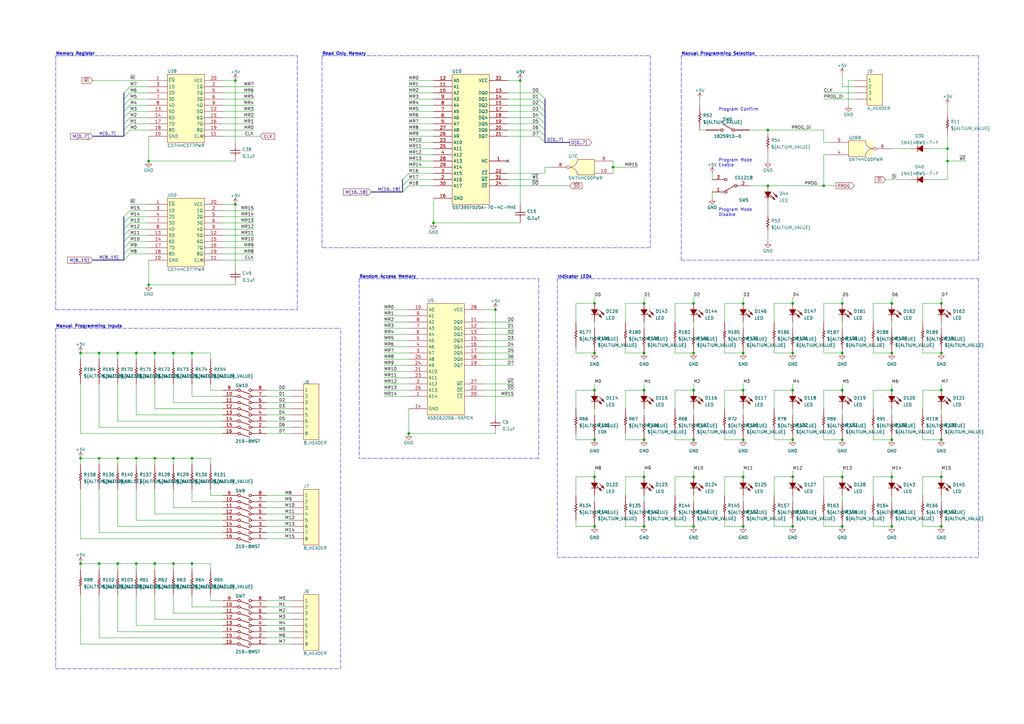
<source format=kicad_sch>
(kicad_sch (version 20211123) (generator eeschema)
  (paper "A3")
  (title_block (title "Memory") (date "2022-01-19") (rev "V1.1") (company "Riley Stuermer"))
  (junction (at 55.88 231.14))
  (junction (at 55.88 187.96))
  (junction (at 33.02 187.96))
  (junction (at 284.48 180.34))
  (junction (at 345.44 144.78))
  (junction (at 71.12 187.96))
  (junction (at 264.16 195.58))
  (junction (at 325.12 215.9))
  (junction (at 325.12 144.78))
  (junction (at 264.16 180.34))
  (junction (at 365.76 160.02))
  (junction (at 284.48 144.78))
  (junction (at 365.76 144.78))
  (junction (at 325.12 195.58))
  (junction (at 48.26 187.96))
  (junction (at 264.16 144.78))
  (junction (at 63.5 144.78))
  (junction (at 78.74 231.14))
  (junction (at 304.8 180.34))
  (junction (at 386.08 180.34))
  (junction (at 203.2 127))
  (junction (at 304.8 160.02))
  (junction (at 386.08 215.9))
  (junction (at 284.48 124.46))
  (junction (at 33.02 231.14))
  (junction (at 63.5 187.96))
  (junction (at 40.64 231.14))
  (junction (at 96.52 33.02))
  (junction (at 365.76 180.34))
  (junction (at 33.02 144.78))
  (junction (at 365.76 124.46))
  (junction (at 71.12 144.78))
  (junction (at 55.88 144.78))
  (junction (at 96.52 83.82))
  (junction (at 78.74 144.78))
  (junction (at 213.36 33.02))
  (junction (at 243.84 195.58))
  (junction (at 40.64 144.78))
  (junction (at 345.44 160.02))
  (junction (at 264.16 215.9))
  (junction (at 365.76 215.9))
  (junction (at 251.46 68.58))
  (junction (at 243.84 160.02))
  (junction (at 314.96 76.2))
  (junction (at 304.8 124.46))
  (junction (at 325.12 124.46))
  (junction (at 386.08 144.78))
  (junction (at 60.96 66.04))
  (junction (at 345.44 180.34))
  (junction (at 243.84 124.46))
  (junction (at 243.84 180.34))
  (junction (at 388.62 60.96))
  (junction (at 284.48 195.58))
  (junction (at 264.16 160.02))
  (junction (at 78.74 187.96))
  (junction (at 243.84 215.9))
  (junction (at 345.44 195.58))
  (junction (at 304.8 144.78))
  (junction (at 177.8 91.44))
  (junction (at 243.84 144.78))
  (junction (at 48.26 144.78))
  (junction (at 314.96 53.34))
  (junction (at 48.26 231.14))
  (junction (at 337.82 76.2))
  (junction (at 304.8 195.58))
  (junction (at 60.96 116.84))
  (junction (at 63.5 231.14))
  (junction (at 386.08 160.02))
  (junction (at 284.48 215.9))
  (junction (at 345.44 215.9))
  (junction (at 40.64 187.96))
  (junction (at 71.12 231.14))
  (junction (at 365.76 195.58))
  (junction (at 304.8 215.9))
  (junction (at 325.12 180.34))
  (junction (at 386.08 124.46))
  (junction (at 284.48 160.02))
  (junction (at 167.64 177.8))
  (junction (at 264.16 124.46))
  (junction (at 388.62 66.04))
  (junction (at 386.08 195.58))
  (junction (at 345.44 124.46))
  (junction (at 325.12 160.02))
  (no_connect (at 208.28 66.04))
  (bus_entry (at 220.98 38.1) (size 2.54 2.54))
  (bus_entry (at 220.98 43.18) (size 2.54 2.54))
  (bus_entry (at 220.98 40.64) (size 2.54 2.54))
  (bus_entry (at 220.98 48.26) (size 2.54 2.54))
  (bus_entry (at 220.98 45.72) (size 2.54 2.54))
  (bus_entry (at 220.98 50.8) (size 2.54 2.54))
  (bus_entry (at 220.98 55.88) (size 2.54 2.54))
  (bus_entry (at 220.98 53.34) (size 2.54 2.54))
  (bus_entry (at 50.8 53.34) (size 2.54 -2.54))
  (bus_entry (at 50.8 55.88) (size 2.54 -2.54))
  (bus_entry (at 50.8 38.1) (size 2.54 -2.54))
  (bus_entry (at 50.8 40.64) (size 2.54 -2.54))
  (bus_entry (at 50.8 43.18) (size 2.54 -2.54))
  (bus_entry (at 50.8 45.72) (size 2.54 -2.54))
  (bus_entry (at 50.8 48.26) (size 2.54 -2.54))
  (bus_entry (at 50.8 50.8) (size 2.54 -2.54))
  (bus_entry (at 50.8 104.14) (size 2.54 -2.54))
  (bus_entry (at 50.8 106.68) (size 2.54 -2.54))
  (bus_entry (at 50.8 101.6) (size 2.54 -2.54))
  (bus_entry (at 50.8 99.06) (size 2.54 -2.54))
  (bus_entry (at 50.8 96.52) (size 2.54 -2.54))
  (bus_entry (at 50.8 88.9) (size 2.54 -2.54))
  (bus_entry (at 50.8 91.44) (size 2.54 -2.54))
  (bus_entry (at 50.8 93.98) (size 2.54 -2.54))
  (bus_entry (at 165.1 73.66) (size 2.54 -2.54))
  (bus_entry (at 165.1 76.2) (size 2.54 -2.54))
  (bus_entry (at 165.1 78.74) (size 2.54 -2.54))
  (wire (pts (xy 40.64 175.26) (xy 91.44 175.26)))
  (wire (pts (xy 55.88 190.5) (xy 55.88 187.96)))
  (wire (pts (xy 167.64 33.02) (xy 177.8 33.02)))
  (wire (pts (xy 167.64 45.72) (xy 177.8 45.72)))
  (wire (pts (xy 60.96 116.84) (xy 96.52 116.84)))
  (wire (pts (xy 157.48 129.54) (xy 167.64 129.54)))
  (wire (pts (xy 256.54 160.02) (xy 264.16 160.02)))
  (wire (pts (xy 236.22 180.34) (xy 243.84 180.34)))
  (wire (pts (xy 208.28 33.02) (xy 213.36 33.02)))
  (wire (pts (xy 48.26 243.84) (xy 48.26 259.08)))
  (bus (pts (xy 223.52 55.88) (xy 223.52 58.42)))
  (wire (pts (xy 40.64 261.62) (xy 91.44 261.62)))
  (wire (pts (xy 256.54 215.9) (xy 264.16 215.9)))
  (wire (pts (xy 236.22 160.02) (xy 243.84 160.02)))
  (wire (pts (xy 167.64 40.64) (xy 177.8 40.64)))
  (wire (pts (xy 109.22 220.98) (xy 119.38 220.98)))
  (wire (pts (xy 40.64 187.96) (xy 48.26 187.96)))
  (wire (pts (xy 91.44 91.44) (xy 104.14 91.44)))
  (wire (pts (xy 325.12 195.58) (xy 325.12 193.04)))
  (wire (pts (xy 53.34 48.26) (xy 60.96 48.26)))
  (wire (pts (xy 297.18 144.78) (xy 304.8 144.78)))
  (wire (pts (xy 33.02 144.78) (xy 40.64 144.78)))
  (wire (pts (xy 63.5 190.5) (xy 63.5 187.96)))
  (bus (pts (xy 50.8 104.14) (xy 50.8 106.68)))
  (wire (pts (xy 86.36 157.48) (xy 86.36 160.02)))
  (wire (pts (xy 109.22 177.8) (xy 119.38 177.8)))
  (wire (pts (xy 337.82 160.02) (xy 345.44 160.02)))
  (wire (pts (xy 33.02 200.66) (xy 33.02 220.98)))
  (wire (pts (xy 71.12 165.1) (xy 91.44 165.1)))
  (wire (pts (xy 55.88 231.14) (xy 63.5 231.14)))
  (bus (pts (xy 223.52 48.26) (xy 223.52 50.8)))
  (wire (pts (xy 198.12 160.02) (xy 210.82 160.02)))
  (wire (pts (xy 365.76 160.02) (xy 365.76 157.48)))
  (wire (pts (xy 256.54 167.64) (xy 256.54 160.02)))
  (wire (pts (xy 91.44 43.18) (xy 104.14 43.18)))
  (wire (pts (xy 96.52 109.22) (xy 96.52 83.82)))
  (wire (pts (xy 350.52 33.02) (xy 347.98 33.02)))
  (wire (pts (xy 40.64 147.32) (xy 40.64 144.78)))
  (wire (pts (xy 167.64 71.12) (xy 177.8 71.12)))
  (wire (pts (xy 325.12 170.18) (xy 325.12 167.64)))
  (wire (pts (xy 33.02 157.48) (xy 33.02 177.8)))
  (wire (pts (xy 53.34 35.56) (xy 60.96 35.56)))
  (wire (pts (xy 78.74 248.92) (xy 91.44 248.92)))
  (wire (pts (xy 386.08 134.62) (xy 386.08 132.08)))
  (bus (pts (xy 50.8 91.44) (xy 50.8 93.98)))
  (polyline (pts (xy 228.6 114.3) (xy 401.32 114.3)))
  (wire (pts (xy 284.48 134.62) (xy 284.48 132.08)))
  (wire (pts (xy 71.12 187.96) (xy 78.74 187.96)))
  (wire (pts (xy 109.22 160.02) (xy 119.38 160.02)))
  (wire (pts (xy 109.22 208.28) (xy 119.38 208.28)))
  (wire (pts (xy 157.48 127) (xy 167.64 127)))
  (wire (pts (xy 317.5 167.64) (xy 317.5 160.02)))
  (wire (pts (xy 109.22 248.92) (xy 119.38 248.92)))
  (wire (pts (xy 358.14 195.58) (xy 365.76 195.58)))
  (wire (pts (xy 109.22 256.54) (xy 119.38 256.54)))
  (wire (pts (xy 40.64 218.44) (xy 91.44 218.44)))
  (wire (pts (xy 297.18 215.9) (xy 304.8 215.9)))
  (wire (pts (xy 276.86 203.2) (xy 276.86 195.58)))
  (wire (pts (xy 53.34 104.14) (xy 60.96 104.14)))
  (wire (pts (xy 276.86 124.46) (xy 284.48 124.46)))
  (wire (pts (xy 198.12 144.78) (xy 210.82 144.78)))
  (wire (pts (xy 40.64 157.48) (xy 40.64 175.26)))
  (wire (pts (xy 297.18 142.24) (xy 297.18 144.78)))
  (wire (pts (xy 167.64 48.26) (xy 177.8 48.26)))
  (wire (pts (xy 256.54 177.8) (xy 256.54 180.34)))
  (wire (pts (xy 96.52 33.02) (xy 91.44 33.02)))
  (wire (pts (xy 358.14 213.36) (xy 358.14 215.9)))
  (wire (pts (xy 109.22 261.62) (xy 119.38 261.62)))
  (wire (pts (xy 78.74 147.32) (xy 78.74 144.78)))
  (wire (pts (xy 167.64 35.56) (xy 177.8 35.56)))
  (bus (pts (xy 50.8 101.6) (xy 50.8 104.14)))
  (wire (pts (xy 71.12 251.46) (xy 91.44 251.46)))
  (wire (pts (xy 256.54 144.78) (xy 264.16 144.78)))
  (wire (pts (xy 157.48 144.78) (xy 167.64 144.78)))
  (wire (pts (xy 378.46 177.8) (xy 378.46 180.34)))
  (wire (pts (xy 60.96 55.88) (xy 60.96 66.04)))
  (wire (pts (xy 287.02 40.64) (xy 287.02 43.18)))
  (bus (pts (xy 223.52 53.34) (xy 223.52 55.88)))
  (bus (pts (xy 50.8 99.06) (xy 50.8 101.6)))
  (wire (pts (xy 71.12 144.78) (xy 78.74 144.78)))
  (wire (pts (xy 86.36 246.38) (xy 91.44 246.38)))
  (wire (pts (xy 213.36 91.44) (xy 177.8 91.44)))
  (wire (pts (xy 157.48 152.4) (xy 167.64 152.4)))
  (wire (pts (xy 86.36 200.66) (xy 86.36 203.2)))
  (polyline (pts (xy 22.86 134.62) (xy 139.7 134.62)))
  (wire (pts (xy 304.8 205.74) (xy 304.8 203.2)))
  (wire (pts (xy 198.12 127) (xy 203.2 127)))
  (wire (pts (xy 256.54 203.2) (xy 256.54 195.58)))
  (polyline (pts (xy 279.4 22.86) (xy 401.32 22.86)))
  (wire (pts (xy 304.8 195.58) (xy 304.8 193.04)))
  (wire (pts (xy 78.74 243.84) (xy 78.74 248.92)))
  (wire (pts (xy 78.74 144.78) (xy 86.36 144.78)))
  (wire (pts (xy 157.48 154.94) (xy 167.64 154.94)))
  (wire (pts (xy 203.2 177.8) (xy 167.64 177.8)))
  (wire (pts (xy 55.88 144.78) (xy 63.5 144.78)))
  (wire (pts (xy 53.34 45.72) (xy 60.96 45.72)))
  (wire (pts (xy 358.14 215.9) (xy 365.76 215.9)))
  (wire (pts (xy 304.8 170.18) (xy 304.8 167.64)))
  (wire (pts (xy 213.36 33.02) (xy 213.36 83.82)))
  (wire (pts (xy 358.14 124.46) (xy 365.76 124.46)))
  (wire (pts (xy 91.44 35.56) (xy 104.14 35.56)))
  (polyline (pts (xy 220.98 114.3) (xy 220.98 187.96)))
  (wire (pts (xy 157.48 149.86) (xy 167.64 149.86)))
  (bus (pts (xy 50.8 40.64) (xy 50.8 43.18)))
  (polyline (pts (xy 22.86 134.62) (xy 22.86 274.32)))
  (wire (pts (xy 388.62 43.18) (xy 388.62 45.72)))
  (wire (pts (xy 297.18 203.2) (xy 297.18 195.58)))
  (wire (pts (xy 109.22 254) (xy 119.38 254)))
  (wire (pts (xy 337.82 76.2) (xy 337.82 63.5)))
  (wire (pts (xy 167.64 58.42) (xy 177.8 58.42)))
  (wire (pts (xy 243.84 134.62) (xy 243.84 132.08)))
  (wire (pts (xy 337.82 58.42) (xy 337.82 53.34)))
  (wire (pts (xy 358.14 177.8) (xy 358.14 180.34)))
  (wire (pts (xy 378.46 215.9) (xy 386.08 215.9)))
  (wire (pts (xy 388.62 60.96) (xy 388.62 55.88)))
  (wire (pts (xy 297.18 213.36) (xy 297.18 215.9)))
  (wire (pts (xy 198.12 162.56) (xy 210.82 162.56)))
  (wire (pts (xy 236.22 124.46) (xy 243.84 124.46)))
  (wire (pts (xy 236.22 213.36) (xy 236.22 215.9)))
  (polyline (pts (xy 401.32 114.3) (xy 401.32 228.6)))
  (wire (pts (xy 71.12 157.48) (xy 71.12 165.1)))
  (wire (pts (xy 208.28 45.72) (xy 220.98 45.72)))
  (wire (pts (xy 48.26 259.08) (xy 91.44 259.08)))
  (wire (pts (xy 33.02 190.5) (xy 33.02 187.96)))
  (wire (pts (xy 208.28 76.2) (xy 233.68 76.2)))
  (wire (pts (xy 345.44 160.02) (xy 345.44 157.48)))
  (wire (pts (xy 337.82 213.36) (xy 337.82 215.9)))
  (wire (pts (xy 109.22 167.64) (xy 119.38 167.64)))
  (polyline (pts (xy 266.7 101.6) (xy 132.08 101.6)))
  (wire (pts (xy 317.5 203.2) (xy 317.5 195.58)))
  (wire (pts (xy 236.22 132.08) (xy 236.22 124.46)))
  (wire (pts (xy 386.08 205.74) (xy 386.08 203.2)))
  (wire (pts (xy 86.36 203.2) (xy 91.44 203.2)))
  (wire (pts (xy 48.26 147.32) (xy 48.26 144.78)))
  (wire (pts (xy 53.34 53.34) (xy 60.96 53.34)))
  (wire (pts (xy 63.5 243.84) (xy 63.5 254)))
  (wire (pts (xy 53.34 38.1) (xy 60.96 38.1)))
  (wire (pts (xy 53.34 96.52) (xy 60.96 96.52)))
  (wire (pts (xy 208.28 71.12) (xy 223.52 71.12)))
  (wire (pts (xy 91.44 86.36) (xy 104.14 86.36)))
  (wire (pts (xy 208.28 43.18) (xy 220.98 43.18)))
  (wire (pts (xy 71.12 243.84) (xy 71.12 251.46)))
  (wire (pts (xy 276.86 180.34) (xy 284.48 180.34)))
  (wire (pts (xy 378.46 142.24) (xy 378.46 144.78)))
  (wire (pts (xy 33.02 233.68) (xy 33.02 231.14)))
  (wire (pts (xy 337.82 215.9) (xy 345.44 215.9)))
  (wire (pts (xy 256.54 142.24) (xy 256.54 144.78)))
  (wire (pts (xy 48.26 190.5) (xy 48.26 187.96)))
  (wire (pts (xy 78.74 157.48) (xy 78.74 162.56)))
  (wire (pts (xy 86.36 160.02) (xy 91.44 160.02)))
  (wire (pts (xy 208.28 40.64) (xy 220.98 40.64)))
  (wire (pts (xy 53.34 83.82) (xy 60.96 83.82)))
  (wire (pts (xy 78.74 233.68) (xy 78.74 231.14)))
  (wire (pts (xy 167.64 38.1) (xy 177.8 38.1)))
  (bus (pts (xy 165.1 78.74) (xy 152.4 78.74)))
  (wire (pts (xy 91.44 50.8) (xy 104.14 50.8)))
  (wire (pts (xy 314.96 53.34) (xy 337.82 53.34)))
  (polyline (pts (xy 121.92 127) (xy 121.92 22.86)))
  (wire (pts (xy 264.16 195.58) (xy 264.16 193.04)))
  (wire (pts (xy 40.64 144.78) (xy 48.26 144.78)))
  (wire (pts (xy 223.52 68.58) (xy 223.52 71.12)))
  (wire (pts (xy 297.18 132.08) (xy 297.18 124.46)))
  (polyline (pts (xy 147.32 114.3) (xy 220.98 114.3)))
  (wire (pts (xy 48.26 172.72) (xy 91.44 172.72)))
  (wire (pts (xy 236.22 142.24) (xy 236.22 144.78)))
  (polyline (pts (xy 401.32 228.6) (xy 228.6 228.6)))
  (wire (pts (xy 256.54 195.58) (xy 264.16 195.58)))
  (wire (pts (xy 157.48 139.7) (xy 167.64 139.7)))
  (wire (pts (xy 378.46 180.34) (xy 386.08 180.34)))
  (wire (pts (xy 358.14 132.08) (xy 358.14 124.46)))
  (wire (pts (xy 317.5 213.36) (xy 317.5 215.9)))
  (wire (pts (xy 317.5 195.58) (xy 325.12 195.58)))
  (wire (pts (xy 71.12 147.32) (xy 71.12 144.78)))
  (wire (pts (xy 91.44 106.68) (xy 104.14 106.68)))
  (wire (pts (xy 167.64 73.66) (xy 177.8 73.66)))
  (wire (pts (xy 33.02 177.8) (xy 91.44 177.8)))
  (wire (pts (xy 55.88 233.68) (xy 55.88 231.14)))
  (wire (pts (xy 236.22 177.8) (xy 236.22 180.34)))
  (wire (pts (xy 78.74 205.74) (xy 91.44 205.74)))
  (wire (pts (xy 365.76 124.46) (xy 365.76 121.92)))
  (wire (pts (xy 325.12 134.62) (xy 325.12 132.08)))
  (wire (pts (xy 284.48 124.46) (xy 284.48 121.92)))
  (bus (pts (xy 223.52 50.8) (xy 223.52 53.34)))
  (polyline (pts (xy 22.86 22.86) (xy 22.86 127)))
  (wire (pts (xy 358.14 160.02) (xy 365.76 160.02)))
  (wire (pts (xy 167.64 53.34) (xy 177.8 53.34)))
  (wire (pts (xy 157.48 137.16) (xy 167.64 137.16)))
  (wire (pts (xy 91.44 88.9) (xy 104.14 88.9)))
  (polyline (pts (xy 279.4 22.86) (xy 279.4 106.68)))
  (wire (pts (xy 71.12 190.5) (xy 71.12 187.96)))
  (wire (pts (xy 304.8 124.46) (xy 304.8 121.92)))
  (wire (pts (xy 284.48 195.58) (xy 284.48 193.04)))
  (wire (pts (xy 91.44 101.6) (xy 104.14 101.6)))
  (polyline (pts (xy 220.98 187.96) (xy 147.32 187.96)))
  (wire (pts (xy 109.22 246.38) (xy 119.38 246.38)))
  (wire (pts (xy 55.88 170.18) (xy 91.44 170.18)))
  (bus (pts (xy 50.8 88.9) (xy 50.8 91.44)))
  (wire (pts (xy 63.5 147.32) (xy 63.5 144.78)))
  (wire (pts (xy 243.84 160.02) (xy 243.84 157.48)))
  (wire (pts (xy 109.22 170.18) (xy 119.38 170.18)))
  (wire (pts (xy 307.34 76.2) (xy 314.96 76.2)))
  (wire (pts (xy 53.34 91.44) (xy 60.96 91.44)))
  (wire (pts (xy 345.44 134.62) (xy 345.44 132.08)))
  (wire (pts (xy 33.02 231.14) (xy 40.64 231.14)))
  (bus (pts (xy 50.8 38.1) (xy 50.8 40.64)))
  (wire (pts (xy 63.5 210.82) (xy 91.44 210.82)))
  (wire (pts (xy 345.44 124.46) (xy 345.44 121.92)))
  (wire (pts (xy 378.46 160.02) (xy 386.08 160.02)))
  (wire (pts (xy 337.82 203.2) (xy 337.82 195.58)))
  (wire (pts (xy 177.8 91.44) (xy 177.8 81.28)))
  (bus (pts (xy 50.8 93.98) (xy 50.8 96.52)))
  (wire (pts (xy 109.22 205.74) (xy 119.38 205.74)))
  (wire (pts (xy 157.48 162.56) (xy 167.64 162.56)))
  (wire (pts (xy 264.16 134.62) (xy 264.16 132.08)))
  (wire (pts (xy 40.64 190.5) (xy 40.64 187.96)))
  (wire (pts (xy 33.02 187.96) (xy 40.64 187.96)))
  (wire (pts (xy 317.5 215.9) (xy 325.12 215.9)))
  (wire (pts (xy 345.44 170.18) (xy 345.44 167.64)))
  (wire (pts (xy 340.36 58.42) (xy 337.82 58.42)))
  (wire (pts (xy 167.64 63.5) (xy 177.8 63.5)))
  (wire (pts (xy 378.46 124.46) (xy 386.08 124.46)))
  (wire (pts (xy 53.34 50.8) (xy 60.96 50.8)))
  (polyline (pts (xy 401.32 106.68) (xy 401.32 22.86)))
  (wire (pts (xy 86.36 243.84) (xy 86.36 246.38)))
  (wire (pts (xy 297.18 167.64) (xy 297.18 160.02)))
  (wire (pts (xy 378.46 144.78) (xy 386.08 144.78)))
  (wire (pts (xy 63.5 144.78) (xy 71.12 144.78)))
  (wire (pts (xy 284.48 170.18) (xy 284.48 167.64)))
  (wire (pts (xy 33.02 264.16) (xy 91.44 264.16)))
  (wire (pts (xy 378.46 167.64) (xy 378.46 160.02)))
  (wire (pts (xy 236.22 203.2) (xy 236.22 195.58)))
  (wire (pts (xy 63.5 231.14) (xy 71.12 231.14)))
  (wire (pts (xy 284.48 160.02) (xy 284.48 157.48)))
  (wire (pts (xy 91.44 40.64) (xy 104.14 40.64)))
  (wire (pts (xy 337.82 63.5) (xy 340.36 63.5)))
  (wire (pts (xy 78.74 162.56) (xy 91.44 162.56)))
  (wire (pts (xy 297.18 180.34) (xy 304.8 180.34)))
  (bus (pts (xy 165.1 73.66) (xy 165.1 76.2)))
  (wire (pts (xy 55.88 187.96) (xy 63.5 187.96)))
  (wire (pts (xy 60.96 106.68) (xy 60.96 116.84)))
  (wire (pts (xy 388.62 66.04) (xy 388.62 60.96)))
  (wire (pts (xy 358.14 180.34) (xy 365.76 180.34)))
  (wire (pts (xy 256.54 213.36) (xy 256.54 215.9)))
  (wire (pts (xy 251.46 68.58) (xy 251.46 71.12)))
  (wire (pts (xy 337.82 144.78) (xy 345.44 144.78)))
  (wire (pts (xy 386.08 124.46) (xy 386.08 121.92)))
  (wire (pts (xy 55.88 213.36) (xy 91.44 213.36)))
  (wire (pts (xy 109.22 259.08) (xy 119.38 259.08)))
  (wire (pts (xy 109.22 203.2) (xy 119.38 203.2)))
  (wire (pts (xy 276.86 132.08) (xy 276.86 124.46)))
  (wire (pts (xy 78.74 187.96) (xy 86.36 187.96)))
  (wire (pts (xy 198.12 139.7) (xy 210.82 139.7)))
  (wire (pts (xy 157.48 147.32) (xy 167.64 147.32)))
  (polyline (pts (xy 279.4 106.68) (xy 401.32 106.68)))
  (wire (pts (xy 91.44 96.52) (xy 104.14 96.52)))
  (wire (pts (xy 317.5 132.08) (xy 317.5 124.46)))
  (wire (pts (xy 284.48 205.74) (xy 284.48 203.2)))
  (wire (pts (xy 358.14 142.24) (xy 358.14 144.78)))
  (wire (pts (xy 276.86 160.02) (xy 284.48 160.02)))
  (wire (pts (xy 256.54 124.46) (xy 264.16 124.46)))
  (wire (pts (xy 276.86 195.58) (xy 284.48 195.58)))
  (wire (pts (xy 297.18 160.02) (xy 304.8 160.02)))
  (wire (pts (xy 208.28 48.26) (xy 220.98 48.26)))
  (bus (pts (xy 50.8 53.34) (xy 50.8 55.88)))
  (wire (pts (xy 297.18 177.8) (xy 297.18 180.34)))
  (bus (pts (xy 50.8 55.88) (xy 38.1 55.88)))
  (wire (pts (xy 208.28 53.34) (xy 220.98 53.34)))
  (wire (pts (xy 96.52 58.42) (xy 96.52 33.02)))
  (bus (pts (xy 223.52 40.64) (xy 223.52 43.18)))
  (wire (pts (xy 236.22 215.9) (xy 243.84 215.9)))
  (wire (pts (xy 317.5 177.8) (xy 317.5 180.34)))
  (wire (pts (xy 48.26 200.66) (xy 48.26 215.9)))
  (wire (pts (xy 345.44 205.74) (xy 345.44 203.2)))
  (wire (pts (xy 365.76 60.96) (xy 373.38 60.96)))
  (wire (pts (xy 337.82 40.64) (xy 350.52 40.64)))
  (wire (pts (xy 317.5 142.24) (xy 317.5 144.78)))
  (wire (pts (xy 53.34 86.36) (xy 60.96 86.36)))
  (wire (pts (xy 345.44 30.48) (xy 345.44 35.56)))
  (wire (pts (xy 276.86 215.9) (xy 284.48 215.9)))
  (wire (pts (xy 223.52 68.58) (xy 226.06 68.58)))
  (wire (pts (xy 198.12 157.48) (xy 210.82 157.48)))
  (wire (pts (xy 53.34 88.9) (xy 60.96 88.9)))
  (wire (pts (xy 337.82 76.2) (xy 342.9 76.2)))
  (polyline (pts (xy 22.86 127) (xy 121.92 127)))
  (wire (pts (xy 243.84 195.58) (xy 243.84 193.04)))
  (wire (pts (xy 337.82 38.1) (xy 350.52 38.1)))
  (wire (pts (xy 91.44 48.26) (xy 104.14 48.26)))
  (wire (pts (xy 78.74 231.14) (xy 86.36 231.14)))
  (wire (pts (xy 109.22 175.26) (xy 119.38 175.26)))
  (wire (pts (xy 109.22 172.72) (xy 119.38 172.72)))
  (wire (pts (xy 198.12 137.16) (xy 210.82 137.16)))
  (wire (pts (xy 256.54 132.08) (xy 256.54 124.46)))
  (polyline (pts (xy 266.7 22.86) (xy 266.7 101.6)))
  (wire (pts (xy 71.12 231.14) (xy 78.74 231.14)))
  (wire (pts (xy 48.26 144.78) (xy 55.88 144.78)))
  (wire (pts (xy 264.16 205.74) (xy 264.16 203.2)))
  (wire (pts (xy 86.36 187.96) (xy 86.36 190.5)))
  (wire (pts (xy 48.26 187.96) (xy 55.88 187.96)))
  (wire (pts (xy 264.16 170.18) (xy 264.16 167.64)))
  (wire (pts (xy 337.82 177.8) (xy 337.82 180.34)))
  (wire (pts (xy 388.62 66.04) (xy 388.62 73.66)))
  (wire (pts (xy 317.5 124.46) (xy 325.12 124.46)))
  (wire (pts (xy 243.84 170.18) (xy 243.84 167.64)))
  (wire (pts (xy 86.36 231.14) (xy 86.36 233.68)))
  (wire (pts (xy 345.44 195.58) (xy 345.44 193.04)))
  (wire (pts (xy 167.64 68.58) (xy 177.8 68.58)))
  (wire (pts (xy 276.86 177.8) (xy 276.86 180.34)))
  (wire (pts (xy 276.86 144.78) (xy 284.48 144.78)))
  (wire (pts (xy 55.88 157.48) (xy 55.88 170.18)))
  (wire (pts (xy 167.64 50.8) (xy 177.8 50.8)))
  (wire (pts (xy 304.8 160.02) (xy 304.8 157.48)))
  (wire (pts (xy 358.14 203.2) (xy 358.14 195.58)))
  (wire (pts (xy 378.46 203.2) (xy 378.46 195.58)))
  (wire (pts (xy 198.12 147.32) (xy 210.82 147.32)))
  (wire (pts (xy 314.96 99.06) (xy 314.96 96.52)))
  (wire (pts (xy 96.52 83.82) (xy 91.44 83.82)))
  (wire (pts (xy 276.86 142.24) (xy 276.86 144.78)))
  (polyline (pts (xy 22.86 274.32) (xy 139.7 274.32)))
  (wire (pts (xy 71.12 208.28) (xy 91.44 208.28)))
  (wire (pts (xy 317.5 160.02) (xy 325.12 160.02)))
  (wire (pts (xy 167.64 177.8) (xy 167.64 167.64)))
  (wire (pts (xy 386.08 160.02) (xy 386.08 157.48)))
  (bus (pts (xy 223.52 43.18) (xy 223.52 45.72)))
  (wire (pts (xy 109.22 218.44) (xy 119.38 218.44)))
  (wire (pts (xy 236.22 195.58) (xy 243.84 195.58)))
  (wire (pts (xy 109.22 264.16) (xy 119.38 264.16)))
  (wire (pts (xy 157.48 157.48) (xy 167.64 157.48)))
  (wire (pts (xy 33.02 220.98) (xy 91.44 220.98)))
  (wire (pts (xy 381 60.96) (xy 388.62 60.96)))
  (wire (pts (xy 55.88 200.66) (xy 55.88 213.36)))
  (wire (pts (xy 198.12 132.08) (xy 210.82 132.08)))
  (wire (pts (xy 264.16 124.46) (xy 264.16 121.92)))
  (wire (pts (xy 378.46 213.36) (xy 378.46 215.9)))
  (wire (pts (xy 109.22 251.46) (xy 119.38 251.46)))
  (wire (pts (xy 236.22 144.78) (xy 243.84 144.78)))
  (wire (pts (xy 109.22 165.1) (xy 119.38 165.1)))
  (wire (pts (xy 48.26 157.48) (xy 48.26 172.72)))
  (wire (pts (xy 256.54 180.34) (xy 264.16 180.34)))
  (wire (pts (xy 91.44 93.98) (xy 104.14 93.98)))
  (wire (pts (xy 91.44 45.72) (xy 104.14 45.72)))
  (wire (pts (xy 314.96 66.04) (xy 314.96 63.5)))
  (wire (pts (xy 63.5 187.96) (xy 71.12 187.96)))
  (wire (pts (xy 48.26 215.9) (xy 91.44 215.9)))
  (wire (pts (xy 63.5 254) (xy 91.44 254)))
  (wire (pts (xy 304.8 134.62) (xy 304.8 132.08)))
  (bus (pts (xy 38.1 106.68) (xy 50.8 106.68)))
  (wire (pts (xy 33.02 147.32) (xy 33.02 144.78)))
  (wire (pts (xy 365.76 134.62) (xy 365.76 132.08)))
  (wire (pts (xy 251.46 68.58) (xy 261.62 68.58)))
  (wire (pts (xy 48.26 231.14) (xy 55.88 231.14)))
  (wire (pts (xy 365.76 205.74) (xy 365.76 203.2)))
  (wire (pts (xy 236.22 167.64) (xy 236.22 160.02)))
  (wire (pts (xy 167.64 66.04) (xy 177.8 66.04)))
  (wire (pts (xy 53.34 101.6) (xy 60.96 101.6)))
  (wire (pts (xy 292.1 81.28) (xy 292.1 78.74)))
  (wire (pts (xy 40.64 243.84) (xy 40.64 261.62)))
  (wire (pts (xy 53.34 40.64) (xy 60.96 40.64)))
  (wire (pts (xy 78.74 200.66) (xy 78.74 205.74)))
  (wire (pts (xy 55.88 243.84) (xy 55.88 256.54)))
  (wire (pts (xy 71.12 200.66) (xy 71.12 208.28)))
  (polyline (pts (xy 147.32 114.3) (xy 147.32 187.96)))
  (wire (pts (xy 53.34 93.98) (xy 60.96 93.98)))
  (wire (pts (xy 53.34 99.06) (xy 60.96 99.06)))
  (polyline (pts (xy 22.86 22.86) (xy 121.92 22.86)))
  (wire (pts (xy 198.12 134.62) (xy 210.82 134.62)))
  (polyline (pts (xy 139.7 274.32) (xy 139.7 134.62)))
  (wire (pts (xy 208.28 55.88) (xy 220.98 55.88)))
  (bus (pts (xy 50.8 96.52) (xy 50.8 99.06)))
  (wire (pts (xy 358.14 167.64) (xy 358.14 160.02)))
  (wire (pts (xy 40.64 200.66) (xy 40.64 218.44)))
  (wire (pts (xy 91.44 55.88) (xy 106.68 55.88)))
  (wire (pts (xy 337.82 142.24) (xy 337.82 144.78)))
  (wire (pts (xy 251.46 66.04) (xy 251.46 68.58)))
  (wire (pts (xy 365.76 195.58) (xy 365.76 193.04)))
  (wire (pts (xy 78.74 190.5) (xy 78.74 187.96)))
  (wire (pts (xy 347.98 43.18) (xy 347.98 33.02)))
  (wire (pts (xy 63.5 157.48) (xy 63.5 167.64)))
  (wire (pts (xy 325.12 160.02) (xy 325.12 157.48)))
  (bus (pts (xy 50.8 48.26) (xy 50.8 50.8)))
  (wire (pts (xy 167.64 60.96) (xy 177.8 60.96)))
  (wire (pts (xy 109.22 213.36) (xy 119.38 213.36)))
  (wire (pts (xy 325.12 205.74) (xy 325.12 203.2)))
  (wire (pts (xy 297.18 195.58) (xy 304.8 195.58)))
  (wire (pts (xy 337.82 180.34) (xy 345.44 180.34)))
  (wire (pts (xy 157.48 160.02) (xy 167.64 160.02)))
  (wire (pts (xy 86.36 144.78) (xy 86.36 147.32)))
  (wire (pts (xy 337.82 195.58) (xy 345.44 195.58)))
  (wire (pts (xy 157.48 134.62) (xy 167.64 134.62)))
  (bus (pts (xy 223.52 45.72) (xy 223.52 48.26)))
  (wire (pts (xy 317.5 180.34) (xy 325.12 180.34)))
  (wire (pts (xy 63.5 167.64) (xy 91.44 167.64)))
  (wire (pts (xy 386.08 170.18) (xy 386.08 167.64)))
  (bus (pts (xy 50.8 50.8) (xy 50.8 53.34)))
  (wire (pts (xy 276.86 167.64) (xy 276.86 160.02)))
  (wire (pts (xy 388.62 66.04) (xy 396.24 66.04)))
  (polyline (pts (xy 132.08 22.86) (xy 132.08 101.6)))
  (wire (pts (xy 109.22 210.82) (xy 119.38 210.82)))
  (wire (pts (xy 91.44 53.34) (xy 104.14 53.34)))
  (wire (pts (xy 60.96 66.04) (xy 96.52 66.04)))
  (wire (pts (xy 287.02 53.34) (xy 289.56 53.34)))
  (polyline (pts (xy 132.08 22.86) (xy 266.7 22.86)))
  (wire (pts (xy 243.84 205.74) (xy 243.84 203.2)))
  (wire (pts (xy 325.12 124.46) (xy 325.12 121.92)))
  (wire (pts (xy 337.82 132.08) (xy 337.82 124.46)))
  (bus (pts (xy 165.1 76.2) (xy 165.1 78.74)))
  (wire (pts (xy 63.5 200.66) (xy 63.5 210.82)))
  (wire (pts (xy 358.14 144.78) (xy 365.76 144.78)))
  (wire (pts (xy 55.88 147.32) (xy 55.88 144.78)))
  (wire (pts (xy 243.84 124.46) (xy 243.84 121.92)))
  (wire (pts (xy 167.64 43.18) (xy 177.8 43.18)))
  (wire (pts (xy 38.1 33.02) (xy 60.96 33.02)))
  (wire (pts (xy 40.64 233.68) (xy 40.64 231.14)))
  (wire (pts (xy 350.52 35.56) (xy 345.44 35.56)))
  (wire (pts (xy 264.16 160.02) (xy 264.16 157.48)))
  (wire (pts (xy 157.48 132.08) (xy 167.64 132.08)))
  (wire (pts (xy 337.82 124.46) (xy 345.44 124.46)))
  (wire (pts (xy 208.28 73.66) (xy 220.98 73.66)))
  (wire (pts (xy 386.08 195.58) (xy 386.08 193.04)))
  (wire (pts (xy 378.46 195.58) (xy 386.08 195.58)))
  (wire (pts (xy 71.12 233.68) (xy 71.12 231.14)))
  (wire (pts (xy 317.5 144.78) (xy 325.12 144.78)))
  (wire (pts (xy 337.82 167.64) (xy 337.82 160.02)))
  (wire (pts (xy 314.96 86.36) (xy 314.96 83.82)))
  (wire (pts (xy 33.02 243.84) (xy 33.02 264.16)))
  (wire (pts (xy 40.64 231.14) (xy 48.26 231.14)))
  (bus (pts (xy 223.52 58.42) (xy 233.68 58.42)))
  (wire (pts (xy 109.22 162.56) (xy 119.38 162.56)))
  (wire (pts (xy 365.76 170.18) (xy 365.76 167.64)))
  (wire (pts (xy 53.34 43.18) (xy 60.96 43.18)))
  (wire (pts (xy 292.1 71.12) (xy 292.1 73.66)))
  (wire (pts (xy 198.12 149.86) (xy 210.82 149.86)))
  (wire (pts (xy 297.18 124.46) (xy 304.8 124.46)))
  (wire (pts (xy 91.44 38.1) (xy 104.14 38.1)))
  (wire (pts (xy 314.96 76.2) (xy 337.82 76.2)))
  (wire (pts (xy 378.46 132.08) (xy 378.46 124.46)))
  (wire (pts (xy 55.88 256.54) (xy 91.44 256.54)))
  (wire (pts (xy 276.86 213.36) (xy 276.86 215.9)))
  (wire (pts (xy 203.2 127) (xy 203.2 170.18)))
  (wire (pts (xy 48.26 233.68) (xy 48.26 231.14)))
  (wire (pts (xy 373.38 73.66) (xy 363.22 73.66)))
  (polyline (pts (xy 228.6 114.3) (xy 228.6 228.6)))
  (wire (pts (xy 91.44 99.06) (xy 104.14 99.06)))
  (wire (pts (xy 307.34 53.34) (xy 314.96 53.34)))
  (wire (pts (xy 208.28 38.1) (xy 220.98 38.1)))
  (wire (pts (xy 167.64 76.2) (xy 177.8 76.2)))
  (bus (pts (xy 50.8 43.18) (xy 50.8 45.72)))
  (wire (pts (xy 198.12 142.24) (xy 210.82 142.24)))
  (wire (pts (xy 109.22 215.9) (xy 119.38 215.9)))
  (wire (pts (xy 381 73.66) (xy 388.62 73.66)))
  (wire (pts (xy 63.5 233.68) (xy 63.5 231.14)))
  (wire (pts (xy 208.28 50.8) (xy 220.98 50.8)))
  (wire (pts (xy 91.44 104.14) (xy 104.14 104.14)))
  (bus (pts (xy 50.8 45.72) (xy 50.8 48.26)))
  (wire (pts (xy 167.64 55.88) (xy 177.8 55.88)))
  (wire (pts (xy 157.48 142.24) (xy 167.64 142.24)))
  (text "Manual Programming Inputs" (at 22.86 134.62 0) (effects (font (size 1.27 1.27) bold) (justify left bottom)))
  (text "Read Only Memory" (at 132.08 22.86 0) (effects (font (size 1.27 1.27) (thickness 0.254) bold) (justify left bottom)))
  (text "Program Mode \nDisable" (at 294.64 88.9 0) (effects (font (size 1.27 1.27)) (justify left bottom)))
  (text "Manual Programming Selection" (at 279.4 22.86 0) (effects (font (size 1.27 1.27) (thickness 0.254) bold) (justify left bottom)))
  (text "Indicator LEDs" (at 228.6 114.3 0) (effects (font (size 1.27 1.27) bold) (justify left bottom)))
  (text "Program Confirm" (at 294.64 45.72 0) (effects (font (size 1.27 1.27)) (justify left bottom)))
  (text "Random Access Memory" (at 147.32 114.3 0) (effects (font (size 1.27 1.27) (thickness 0.254) bold) (justify left bottom)))
  (text "Program Mode \nEnable" (at 294.64 68.58 0) (effects (font (size 1.27 1.27)) (justify left bottom)))
  (text "Memory Register" (at 22.86 22.86 0) (effects (font (size 1.27 1.27) (thickness 0.254) bold) (justify left bottom)))
  (label "MR10" (at 104.14 99.06 180))
  (label "M3" (at 53.34 45.72 0))
  (label "M7" (at 53.34 35.56 0))
  (label "M2" (at 114.3 251.46 0))
  (label "~{DI}" (at 365.76 73.66 0))
  (label "MR11" (at 104.14 96.52 180))
  (label "D6" (at 220.98 53.34 180))
  (label "MR11" (at 167.64 60.96 0))
  (label "D1" (at 264.16 121.92 0))
  (label "M13" (at 53.34 91.44 0))
  (label "CLK" (at 337.82 38.1 0))
  (label "MR7" (at 104.14 35.56 180))
  (label "M[0..7]" (at 40.64 55.88 0))
  (label "D3" (at 304.8 121.92 0))
  (label "PROG" (at 335.28 76.2 180))
  (label "M8" (at 243.84 193.04 0))
  (label "M[16..18]" (at 154.94 78.74 0))
  (label "M11" (at 116.84 210.82 0))
  (label "D1" (at 220.98 40.64 180))
  (label "D7" (at 114.3 177.8 0))
  (label "MR1" (at 167.64 35.56 0))
  (label "MR8" (at 167.64 53.34 0))
  (label "M13" (at 116.84 215.9 0))
  (label "M10" (at 53.34 99.06 0))
  (label "MR5" (at 167.64 45.72 0))
  (label "M5" (at 345.44 157.48 0))
  (label "M[8..15]" (at 40.64 106.68 0))
  (label "MR14" (at 157.48 162.56 0))
  (label "D2" (at 284.48 121.92 0))
  (label "MR15" (at 104.14 86.36 180))
  (label "M6" (at 114.3 261.62 0))
  (label "MR2" (at 104.14 48.26 180))
  (label "D5" (at 210.82 144.78 180))
  (label "~{MI}" (at 53.34 83.82 0))
  (label "MR2" (at 167.64 38.1 0))
  (label "D0" (at 114.3 160.02 0))
  (label "MR9" (at 104.14 101.6 180))
  (label "D1" (at 114.3 162.56 0))
  (label "CLK" (at 104.14 55.88 180))
  (label "D4" (at 114.3 170.18 0))
  (label "M9" (at 264.16 193.04 0))
  (label "M2" (at 284.48 157.48 0))
  (label "M3" (at 304.8 157.48 0))
  (label "MR8" (at 157.48 147.32 0))
  (label "M1" (at 53.34 50.8 0))
  (label "CLK" (at 104.14 106.68 180))
  (label "MR7" (at 167.64 50.8 0))
  (label "D5" (at 345.44 121.92 0))
  (label "D2" (at 220.98 43.18 180))
  (label "M15" (at 116.84 220.98 0))
  (label "M15" (at 53.34 86.36 0))
  (label "MR12" (at 157.48 157.48 0))
  (label "~{MI}" (at 53.34 33.02 0))
  (label "MR3" (at 167.64 40.64 0))
  (label "MR3" (at 157.48 134.62 0))
  (label "MR2" (at 157.48 132.08 0))
  (label "M17" (at 167.64 73.66 0))
  (label "~{DO}" (at 220.98 76.2 180))
  (label "MR0" (at 167.64 33.02 0))
  (label "PROG_DI" (at 337.82 40.64 0))
  (label "MR9" (at 167.64 55.88 0))
  (label "MR4" (at 104.14 43.18 180))
  (label "MR15" (at 261.62 68.58 180))
  (label "PROG_DI" (at 332.74 53.34 180))
  (label "D7" (at 386.08 121.92 0))
  (label "M1" (at 114.3 248.92 0))
  (label "M6" (at 53.34 38.1 0))
  (label "M14" (at 53.34 88.9 0))
  (label "MR8" (at 104.14 104.14 180))
  (label "~{WE}" (at 220.98 73.66 180))
  (label "M9" (at 116.84 205.74 0))
  (label "~{DO}" (at 210.82 160.02 180))
  (label "M7" (at 114.3 264.16 0))
  (label "MR1" (at 157.48 129.54 0))
  (label "D7" (at 210.82 149.86 180))
  (label "M8" (at 116.84 203.2 0))
  (label "MR10" (at 167.64 58.42 0))
  (label "M9" (at 53.34 101.6 0))
  (label "M15" (at 386.08 193.04 0))
  (label "MR13" (at 157.48 160.02 0))
  (label "M0" (at 243.84 157.48 0))
  (label "M14" (at 116.84 218.44 0))
  (label "~{WE}" (at 396.24 66.04 180))
  (label "MR1" (at 104.14 50.8 180))
  (label "D4" (at 220.98 48.26 180))
  (label "D6" (at 365.76 121.92 0))
  (label "D3" (at 114.3 167.64 0))
  (label "M6" (at 365.76 157.48 0))
  (label "M8" (at 53.34 104.14 0))
  (label "M7" (at 386.08 157.48 0))
  (label "D6" (at 210.82 147.32 180))
  (label "MR4" (at 157.48 137.16 0))
  (label "~{WE}" (at 210.82 157.48 180))
  (label "M2" (at 53.34 48.26 0))
  (label "M14" (at 365.76 193.04 0))
  (label "MR6" (at 167.64 48.26 0))
  (label "M16" (at 167.64 71.12 0))
  (label "M5" (at 114.3 259.08 0))
  (label "M12" (at 116.84 213.36 0))
  (label "M0" (at 114.3 246.38 0))
  (label "D6" (at 114.3 175.26 0))
  (label "D2" (at 210.82 137.16 180))
  (label "M5" (at 53.34 40.64 0))
  (label "M18" (at 167.64 76.2 0))
  (label "D0" (at 220.98 38.1 180))
  (label "D4" (at 210.82 142.24 180))
  (label "D3" (at 220.98 45.72 180))
  (label "MR12" (at 167.64 63.5 0))
  (label "MR10" (at 157.48 152.4 0))
  (label "MR5" (at 104.14 40.64 180))
  (label "D4" (at 325.12 121.92 0))
  (label "MR4" (at 167.64 43.18 0))
  (label "M4" (at 325.12 157.48 0))
  (label "D5" (at 220.98 50.8 180))
  (label "M0" (at 53.34 53.34 0))
  (label "D3" (at 210.82 139.7 180))
  (label "MR5" (at 157.48 139.7 0))
  (label "M12" (at 325.12 193.04 0))
  (label "M3" (at 114.3 254 0))
  (label "M10" (at 284.48 193.04 0))
  (label "D1" (at 210.82 134.62 180))
  (label "D0" (at 210.82 132.08 180))
  (label "MR14" (at 167.64 68.58 0))
  (label "M11" (at 304.8 193.04 0))
  (label "MR6" (at 104.14 38.1 180))
  (label "D7" (at 220.98 55.88 180))
  (label "D2" (at 114.3 165.1 0))
  (label "MR9" (at 157.48 149.86 0))
  (label "D0" (at 243.84 121.92 0))
  (label "MR13" (at 167.64 66.04 0))
  (label "MR7" (at 157.48 144.78 0))
  (label "D5" (at 114.3 172.72 0))
  (label "MR15" (at 210.82 162.56 180))
  (label "M12" (at 53.34 93.98 0))
  (label "MR3" (at 104.14 45.72 180))
  (label "MR12" (at 104.14 93.98 180))
  (label "M13" (at 345.44 193.04 0))
  (label "MR11" (at 157.48 154.94 0))
  (label "M10" (at 116.84 208.28 0))
  (label "M4" (at 114.3 256.54 0))
  (label "MR14" (at 104.14 88.9 180))
  (label "M1" (at 264.16 157.48 0))
  (label "MR0" (at 157.48 127 0))
  (label "MR13" (at 104.14 91.44 180))
  (label "MR0" (at 104.14 53.34 180))
  (label "MR6" (at 157.48 142.24 0))
  (label "M11" (at 53.34 96.52 0))
  (label "D[0..7]" (at 231.14 58.42 180))
  (label "M4" (at 53.34 43.18 0))
  (global_label "CLK" (shape input) (at 106.68 55.88 0) (property "Intersheet References" "${INTERSHEET_REFS}" (effects hide)))
  (global_label "M[16..18]" (shape input) (at 152.4 78.74 180) (property "Intersheet References" "${INTERSHEET_REFS}" (effects hide)))
  (global_label "M[0..7]" (shape input) (at 38.1 55.88 180) (property "Intersheet References" "${INTERSHEET_REFS}" (effects hide)))
  (global_label "~{DO}" (shape input) (at 233.68 76.2 0) (property "Intersheet References" "${INTERSHEET_REFS}" (effects hide)))
  (global_label "M[8..15]" (shape input) (at 38.1 106.68 180) (property "Intersheet References" "${INTERSHEET_REFS}" (effects hide)))
  (global_label "~{DI}" (shape input) (at 363.22 73.66 180) (property "Intersheet References" "${INTERSHEET_REFS}" (effects hide)))
  (global_label "~{MI}" (shape input) (at 38.1 33.02 180) (property "Intersheet References" "${INTERSHEET_REFS}" (effects hide)))
  (global_label "D[0..7]" (shape output) (at 233.68 58.42 0) (property "Intersheet References" "${INTERSHEET_REFS}" (effects hide)))
  (global_label "PROG" (shape output) (at 342.9 76.2 0) (property "Intersheet References" "${INTERSHEET_REFS}" (effects hide)))
  (symbol (lib_id "8BitCPU_Symbols:RES") (at 365.76 142.24 90) (unit 1)
    (property "Reference" "R179" (at 367.03 138.7915 90) (effects (justify right)))
    (property "Value" "${ALTIUM_VALUE}" (at 367.03 141.5666 90) (effects (justify right)))
    (property "Footprint" "0603-RESC1508X06N" (effects hide))
  )
  (symbol (lib_id "8BitCPU_Symbols:GND") (at 60.96 66.04 0) (unit 1)
    (property "Reference" "#PWR?" (effects hide))
    (property "Value" "GND" (at 60.96 69.85 0))
  )
  (symbol (lib_id "8BitCPU_Symbols:LED") (at 304.8 162.56 270) (unit 1)
    (property "Reference" "D117" (at 309.4492 163.2257 90) (effects (justify left)))
    (property "Value" "LED" (at 309.4492 166.0008 90) (effects (justify left)))
    (property "Footprint" "0603-LED1608X04N" (effects hide))
  )
  (symbol (lib_id "8BitCPU_Symbols:RES") (at 78.74 154.94 90) (unit 1)
    (property "Reference" "R174" (at 80.01 151.4915 90) (effects (justify right)))
    (property "Value" "${ALTIUM_VALUE}" (at 80.01 154.2666 90) (effects (justify right)))
    (property "Footprint" "0603-RESC1508X06N" (effects hide))
  )
  (symbol (lib_id "8BitCPU_Symbols:RES") (at 325.12 142.24 90) (unit 1)
    (property "Reference" "R176" (at 326.39 138.7915 90) (effects (justify right)))
    (property "Value" "${ALTIUM_VALUE}" (at 326.39 141.5666 90) (effects (justify right)))
    (property "Footprint" "0603-RESC1508X06N" (effects hide))
  )
  (symbol (lib_id "8BitCPU_Symbols:+5V") (at 96.52 33.02 0) (unit 1)
    (property "Reference" "#PWR?" (effects hide))
    (property "Value" "+5" (at 96.52 29.464 0))
  )
  (symbol (lib_id "8BitCPU_Symbols:RES") (at 358.14 175.26 90) (unit 1)
    (property "Reference" "R91" (at 359.41 171.8115 90) (effects (justify right)))
    (property "Value" "${ALTIUM_VALUE}" (at 359.41 174.5866 90) (effects (justify right)))
    (property "Footprint" "0603-RESC1508X06N" (effects hide))
  )
  (symbol (lib_id "8BitCPU_Symbols:RES") (at 236.22 175.26 90) (unit 1)
    (property "Reference" "R66" (at 237.49 171.8115 90) (effects (justify right)))
    (property "Value" "${ALTIUM_VALUE}" (at 237.49 174.5866 90) (effects (justify right)))
    (property "Footprint" "0603-RESC1508X06N" (effects hide))
  )
  (symbol (lib_id "8BitCPU_Symbols:GND") (at 264.16 144.78 0) (unit 1)
    (property "Reference" "#PWR?" (effects hide))
    (property "Value" "GND" (at 264.16 149.3425 0))
  )
  (symbol (lib_id "8BitCPU_Symbols:RES") (at 40.64 241.3 90) (unit 1)
    (property "Reference" "R102" (at 41.91 237.8515 90) (effects (justify right)))
    (property "Value" "${ALTIUM_VALUE}" (at 41.91 240.6266 90) (effects (justify right)))
    (property "Footprint" "0603-RESC1508X06N" (effects hide))
  )
  (symbol (lib_id "8BitCPU_Symbols:RES") (at 345.44 177.8 90) (unit 1)
    (property "Reference" "R133" (at 346.71 174.3515 90) (effects (justify right)))
    (property "Value" "${ALTIUM_VALUE}" (at 346.71 177.1266 90) (effects (justify right)))
    (property "Footprint" "0603-RESC1508X06N" (effects hide))
  )
  (symbol (lib_id "8BitCPU_Symbols:+5V") (at 96.52 83.82 0) (unit 1)
    (property "Reference" "#PWR?" (effects hide))
    (property "Value" "+5" (at 96.52 80.264 0))
  )
  (symbol (lib_id "8BitCPU_Symbols:RES") (at 284.48 213.36 90) (unit 1)
    (property "Reference" "R143" (at 285.75 209.9115 90) (effects (justify right)))
    (property "Value" "${ALTIUM_VALUE}" (at 285.75 212.6866 90) (effects (justify right)))
    (property "Footprint" "0603-RESC1508X06N" (effects hide))
  )
  (symbol (lib_id "8BitCPU_Symbols:GND") (at 304.8 144.78 0) (unit 1)
    (property "Reference" "#PWR?" (effects hide))
    (property "Value" "GND" (at 304.8 149.3425 0))
  )
  (symbol (lib_id "8BitCPU_Symbols:RES") (at 33.02 241.3 90) (unit 1)
    (property "Reference" "R88" (at 34.29 237.8515 90) (effects (justify right)))
    (property "Value" "${ALTIUM_VALUE}" (at 34.29 240.6266 90) (effects (justify right)))
    (property "Footprint" "0603-RESC1508X06N" (effects hide))
  )
  (symbol (lib_id "8BitCPU_Symbols:CD74HC377PWR") (at 68.58 83.82 0) (unit 1)
    (property "Reference" "U50" (at 68.58 80.01 0) (effects (justify left)))
    (property "Value" "CD74HC377PWR" (at 68.58 110.49 0) (effects (justify left)))
    (property "Footprint" "TI-PW-TSSOP65P640X120-20N" (effects hide))
  )
  (symbol (lib_id "8BitCPU_Symbols:LED") (at 264.16 162.56 270) (unit 1)
    (property "Reference" "D115" (at 268.8092 163.2257 90) (effects (justify left)))
    (property "Value" "LED" (at 268.8092 166.0008 90) (effects (justify left)))
    (property "Footprint" "0603-LED1608X04N" (effects hide))
  )
  (symbol (lib_id "8BitCPU_Symbols:LED") (at 304.8 198.12 270) (unit 1)
    (property "Reference" "D125" (at 309.4492 198.7857 90) (effects (justify left)))
    (property "Value" "LED" (at 309.4492 201.5608 90) (effects (justify left)))
    (property "Footprint" "0603-LED1608X04N" (effects hide))
  )
  (symbol (lib_id "8BitCPU_Symbols:LED") (at 365.76 198.12 270) (unit 1)
    (property "Reference" "D143" (at 370.4092 198.7857 90) (effects (justify left)))
    (property "Value" "LED" (at 370.4092 201.5608 90) (effects (justify left)))
    (property "Footprint" "0603-LED1608X04N" (effects hide))
  )
  (symbol (lib_id "8BitCPU_Symbols:GND") (at 284.48 215.9 0) (unit 1)
    (property "Reference" "#PWR?" (effects hide))
    (property "Value" "GND" (at 284.48 220.4625 0))
  )
  (symbol (lib_id "8BitCPU_Symbols:SN74HC00PWR") (at 347.98 58.42 0) (unit 2)
    (property "Reference" "U26" (at 347.98 56.515 0) (effects (justify left)))
    (property "Value" "SN74HC00PWR" (at 347.98 65.405 0) (effects (justify left)))
    (property "Footprint" "TI-PW-TSSOP65P640X120-14N" (effects hide))
  )
  (symbol (lib_id "8BitCPU_Symbols:RES") (at 284.48 177.8 90) (unit 1)
    (property "Reference" "R117" (at 285.75 174.3515 90) (effects (justify right)))
    (property "Value" "${ALTIUM_VALUE}" (at 285.75 177.1266 90) (effects (justify right)))
    (property "Footprint" "0603-RESC1508X06N" (effects hide))
  )
  (symbol (lib_id "8BitCPU_Symbols:RES") (at 337.82 210.82 90) (unit 1)
    (property "Reference" "R163" (at 339.09 207.3715 90) (effects (justify right)))
    (property "Value" "${ALTIUM_VALUE}" (at 339.09 210.1466 90) (effects (justify right)))
    (property "Footprint" "0603-RESC1508X06N" (effects hide))
  )
  (symbol (lib_id "8BitCPU_Symbols:RES") (at 378.46 175.26 90) (unit 1)
    (property "Reference" "R118" (at 379.73 171.8115 90) (effects (justify right)))
    (property "Value" "${ALTIUM_VALUE}" (at 379.73 174.5866 90) (effects (justify right)))
    (property "Footprint" "0603-RESC1508X06N" (effects hide))
  )
  (symbol (lib_id "8BitCPU_Symbols:RES") (at 365.76 177.8 90) (unit 1)
    (property "Reference" "R138" (at 367.03 174.3515 90) (effects (justify right)))
    (property "Value" "${ALTIUM_VALUE}" (at 367.03 177.1266 90) (effects (justify right)))
    (property "Footprint" "0603-RESC1508X06N" (effects hide))
  )
  (symbol (lib_id "8BitCPU_Symbols:+5V") (at 345.44 30.48 0) (unit 1)
    (property "Reference" "#PWR?" (effects hide))
    (property "Value" "+5" (at 345.44 26.924 0))
  )
  (symbol (lib_id "8BitCPU_Symbols:+5V") (at 33.02 187.96 0) (unit 1)
    (property "Reference" "#PWR?" (effects hide))
    (property "Value" "+5" (at 33.02 184.404 0))
  )
  (symbol (lib_id "8BitCPU_Symbols:+5V") (at 292.1 71.12 0) (unit 1)
    (property "Reference" "#PWR?" (effects hide))
    (property "Value" "+5" (at 292.1 67.564 0))
  )
  (symbol (lib_id "8BitCPU_Symbols:GND") (at 325.12 180.34 0) (unit 1)
    (property "Reference" "#PWR0167" (effects hide))
    (property "Value" "GND" (at 325.12 184.9025 0))
  )
  (symbol (lib_id "8BitCPU_Symbols:+5V") (at 33.02 231.14 0) (unit 1)
    (property "Reference" "#PWR?" (effects hide))
    (property "Value" "+5" (at 33.02 227.584 0))
  )
  (symbol (lib_id "8BitCPU_Symbols:GND") (at 345.44 144.78 0) (unit 1)
    (property "Reference" "#PWR?" (effects hide))
    (property "Value" "GND" (at 345.44 149.3425 0))
  )
  (symbol (lib_id "8BitCPU_Symbols:LED") (at 365.76 162.56 270) (unit 1)
    (property "Reference" "D120" (at 370.4092 163.2257 90) (effects (justify left)))
    (property "Value" "LED" (at 370.4092 166.0008 90) (effects (justify left)))
    (property "Footprint" "0603-LED1608X04N" (effects hide))
  )
  (symbol (lib_id "8BitCPU_Symbols:GND") (at 60.96 116.84 0) (unit 1)
    (property "Reference" "#PWR?" (effects hide))
    (property "Value" "GND" (at 60.96 120.65 0))
  )
  (symbol (lib_id "8BitCPU_Symbols:GND") (at 345.44 215.9 0) (unit 1)
    (property "Reference" "#PWR?" (effects hide))
    (property "Value" "GND" (at 345.44 220.4625 0))
  )
  (symbol (lib_id "8BitCPU_Symbols:LED") (at 365.76 127 270) (unit 1)
    (property "Reference" "D162" (at 370.4092 127.6657 90) (effects (justify left)))
    (property "Value" "LED" (at 370.4092 130.4408 90) (effects (justify left)))
    (property "Footprint" "0603-LED1608X04N" (effects hide))
  )
  (symbol (lib_id "8BitCPU_Symbols:GND") (at 314.96 66.04 0) (unit 1)
    (property "Reference" "#PWR?" (effects hide))
    (property "Value" "GND" (at 314.96 69.85 0))
  )
  (symbol (lib_id "8BitCPU_Symbols:GND") (at 325.12 144.78 0) (unit 1)
    (property "Reference" "#PWR?" (effects hide))
    (property "Value" "GND" (at 325.12 149.3425 0))
  )
  (symbol (lib_id "8BitCPU_Symbols:LED") (at 325.12 198.12 270) (unit 1)
    (property "Reference" "D127" (at 329.7692 198.7857 90) (effects (justify left)))
    (property "Value" "LED" (at 329.7692 201.5608 90) (effects (justify left)))
    (property "Footprint" "0603-LED1608X04N" (effects hide))
  )
  (symbol (lib_id "8BitCPU_Symbols:GND") (at 284.48 180.34 0) (unit 1)
    (property "Reference" "#PWR?" (effects hide))
    (property "Value" "GND" (at 284.48 184.9025 0))
  )
  (symbol (lib_id "8BitCPU_Symbols:RES") (at 345.44 142.24 90) (unit 1)
    (property "Reference" "R178" (at 346.71 138.7915 90) (effects (justify right)))
    (property "Value" "${ALTIUM_VALUE}" (at 346.71 141.5666 90) (effects (justify right)))
    (property "Footprint" "0603-RESC1508X06N" (effects hide))
  )
  (symbol (lib_id "8BitCPU_Symbols:EG1218") (at 302.26 76.2 180) (unit 1)
    (property "Reference" "SW5" (at 305.054 82.042 0))
    (property "Value" "EG1218" (at 305.054 72.898 0))
    (property "Footprint" "ESW-EG1218" (effects hide))
  )
  (symbol (lib_id "8BitCPU_Symbols:RES") (at 243.84 213.36 90) (unit 1)
    (property "Reference" "R141" (at 245.11 209.9115 90) (effects (justify right)))
    (property "Value" "${ALTIUM_VALUE}" (at 245.11 212.6866 90) (effects (justify right)))
    (property "Footprint" "0603-RESC1508X06N" (effects hide))
  )
  (symbol (lib_id "8BitCPU_Symbols:RES") (at 317.5 210.82 90) (unit 1)
    (property "Reference" "R157" (at 318.77 207.3715 90) (effects (justify right)))
    (property "Value" "${ALTIUM_VALUE}" (at 318.77 210.1466 90) (effects (justify right)))
    (property "Footprint" "0603-RESC1508X06N" (effects hide))
  )
  (symbol (lib_id "8BitCPU_Symbols:LED") (at 325.12 162.56 270) (unit 1)
    (property "Reference" "D118" (at 329.7692 163.2257 90) (effects (justify left)))
    (property "Value" "LED" (at 329.7692 166.0008 90) (effects (justify left)))
    (property "Footprint" "0603-LED1608X04N" (effects hide))
  )
  (symbol (lib_id "8BitCPU_Symbols:GND") (at 292.1 81.28 0) (unit 1)
    (property "Reference" "#PWR?" (effects hide))
    (property "Value" "GND" (at 292.1 85.09 0))
  )
  (symbol (lib_id "8BitCPU_Symbols:RES") (at 63.5 241.3 90) (unit 1)
    (property "Reference" "R62" (at 64.77 237.8515 90) (effects (justify right)))
    (property "Value" "${ALTIUM_VALUE}" (at 64.77 240.6266 90) (effects (justify right)))
    (property "Footprint" "0603-RESC1508X06N" (effects hide))
  )
  (symbol (lib_id "8BitCPU_Symbols:GND") (at 167.64 177.8 0) (unit 1)
    (property "Reference" "#PWR?" (effects hide))
    (property "Value" "GND" (at 167.64 181.61 0))
  )
  (symbol (lib_id "8BitCPU_Symbols:GND") (at 304.8 180.34 0) (unit 1)
    (property "Reference" "#PWR?" (effects hide))
    (property "Value" "GND" (at 304.8 184.9025 0))
  )
  (symbol (lib_id "8BitCPU_Symbols:RES") (at 386.08 177.8 90) (unit 1)
    (property "Reference" "R139" (at 387.35 174.3515 90) (effects (justify right)))
    (property "Value" "${ALTIUM_VALUE}" (at 387.35 177.1266 90) (effects (justify right)))
    (property "Footprint" "0603-RESC1508X06N" (effects hide))
  )
  (symbol (lib_id "8BitCPU_Symbols:RES") (at 256.54 139.7 90) (unit 1)
    (property "Reference" "R180" (at 257.81 136.2515 90) (effects (justify right)))
    (property "Value" "${ALTIUM_VALUE}" (at 257.81 139.0266 90) (effects (justify right)))
    (property "Footprint" "0603-RESC1508X06N" (effects hide))
  )
  (symbol (lib_id "8BitCPU_Symbols:SN74HC00PWR") (at 243.84 71.12 180) (unit 3)
    (property "Reference" "U7" (at 233.045 64.135 0) (effects (justify right)))
    (property "Value" "SN74HC00PWR" (at 233.045 73.025 0) (effects (justify right)))
    (property "Footprint" "TI-PW-TSSOP65P640X120-14N" (effects hide))
  )
  (symbol (lib_id "8BitCPU_Symbols:GND") (at 243.84 215.9 0) (unit 1)
    (property "Reference" "#PWR?" (effects hide))
    (property "Value" "GND" (at 243.84 220.4625 0))
  )
  (symbol (lib_id "8BitCPU_Symbols:LED") (at 345.44 162.56 270) (unit 1)
    (property "Reference" "D119" (at 350.0892 163.2257 90) (effects (justify left)))
    (property "Value" "LED" (at 350.0892 166.0008 90) (effects (justify left)))
    (property "Footprint" "0603-LED1608X04N" (effects hide))
  )
  (symbol (lib_id "8BitCPU_Symbols:GND") (at 365.76 180.34 0) (unit 1)
    (property "Reference" "#PWR?" (effects hide))
    (property "Value" "GND" (at 365.76 184.9025 0))
  )
  (symbol (lib_id "8BitCPU_Symbols:LED") (at 304.8 127 270) (unit 1)
    (property "Reference" "D146" (at 309.4492 127.6657 90) (effects (justify left)))
    (property "Value" "LED" (at 309.4492 130.4408 90) (effects (justify left)))
    (property "Footprint" "0603-LED1608X04N" (effects hide))
  )
  (symbol (lib_id "8BitCPU_Symbols:LED") (at 325.12 127 270) (unit 1)
    (property "Reference" "D147" (at 329.7692 127.6657 90) (effects (justify left)))
    (property "Value" "LED" (at 329.7692 130.4408 90) (effects (justify left)))
    (property "Footprint" "0603-LED1608X04N" (effects hide))
  )
  (symbol (lib_id "8BitCPU_Symbols:RES") (at 243.84 177.8 90) (unit 1)
    (property "Reference" "R115" (at 245.11 174.3515 90) (effects (justify right)))
    (property "Value" "10K" (at 245.11 177.1266 90) (effects (justify right)))
    (property "Footprint" "8BitCPU_Footprints:0603_RESC1508X06N" (effects hide))
  )
  (symbol (lib_id "8BitCPU_Symbols:LED") (at 264.16 127 270) (unit 1)
    (property "Reference" "D142" (at 268.8092 127.6657 90) (effects (justify left)))
    (property "Value" "LED" (at 268.8092 130.4408 90) (effects (justify left)))
    (property "Footprint" "0603-LED1608X04N" (effects hide))
  )
  (symbol (lib_id "8BitCPU_Symbols:RES") (at 365.76 213.36 90) (unit 1)
    (property "Reference" "R161" (at 367.03 209.9115 90) (effects (justify right)))
    (property "Value" "${ALTIUM_VALUE}" (at 367.03 212.6866 90) (effects (justify right)))
    (property "Footprint" "0603-RESC1508X06N" (effects hide))
  )
  (symbol (lib_id "8BitCPU_Symbols:RES") (at 236.22 139.7 90) (unit 1)
    (property "Reference" "R177" (at 237.49 136.2515 90) (effects (justify right)))
    (property "Value" "${ALTIUM_VALUE}" (at 237.49 139.0266 90) (effects (justify right)))
    (property "Footprint" "0603-RESC1508X06N" (effects hide))
  )
  (symbol (lib_id "8BitCPU_Symbols:RES") (at 325.12 213.36 90) (unit 1)
    (property "Reference" "R153" (at 326.39 209.9115 90) (effects (justify right)))
    (property "Value" "${ALTIUM_VALUE}" (at 326.39 212.6866 90) (effects (justify right)))
    (property "Footprint" "0603-RESC1508X06N" (effects hide))
  )
  (symbol (lib_id "8BitCPU_Symbols:RES") (at 314.96 60.96 90) (unit 1)
    (property "Reference" "R54" (at 316.23 57.5115 90) (effects (justify right)))
    (property "Value" "${ALTIUM_VALUE}" (at 316.23 60.2866 90) (effects (justify right)))
    (property "Footprint" "0603-RESC1508X06N" (effects hide))
  )
  (symbol (lib_id "8BitCPU_Symbols:RES") (at 256.54 210.82 90) (unit 1)
    (property "Reference" "R135" (at 257.81 207.3715 90) (effects (justify right)))
    (property "Value" "${ALTIUM_VALUE}" (at 257.81 210.1466 90) (effects (justify right)))
    (property "Footprint" "0603-RESC1508X06N" (effects hide))
  )
  (symbol (lib_id "8BitCPU_Symbols:RES") (at 386.08 213.36 90) (unit 1)
    (property "Reference" "R162" (at 387.35 209.9115 90) (effects (justify right)))
    (property "Value" "${ALTIUM_VALUE}" (at 387.35 212.6866 90) (effects (justify right)))
    (property "Footprint" "0603-RESC1508X06N" (effects hide))
  )
  (symbol (lib_id "8BitCPU_Symbols:LED") (at 386.08 162.56 270) (unit 1)
    (property "Reference" "D121" (at 390.7292 163.2257 90) (effects (justify left)))
    (property "Value" "LED" (at 390.7292 166.0008 90) (effects (justify left)))
    (property "Footprint" "0603-LED1608X04N" (effects hide))
  )
  (symbol (lib_id "8BitCPU_Symbols:219-8MST") (at 96.52 160.02 0) (unit 1)
    (property "Reference" "SW10" (at 96.52 158.115 0) (effects (justify left)))
    (property "Value" "219-8MST" (at 96.52 180.975 0) (effects (justify left)))
    (property "Footprint" "CTS-219-8MSTR" (effects hide))
  )
  (symbol (lib_id "8BitCPU_Symbols:LED") (at 345.44 127 270) (unit 1)
    (property "Reference" "D161" (at 350.0892 127.6657 90) (effects (justify left)))
    (property "Value" "LED" (at 350.0892 130.4408 90) (effects (justify left)))
    (property "Footprint" "0603-LED1608X04N" (effects hide))
  )
  (symbol (lib_id "8BitCPU_Symbols:219-8MST") (at 96.52 246.38 0) (unit 1)
    (property "Reference" "SW7" (at 96.52 244.475 0) (effects (justify left)))
    (property "Value" "219-8MST" (at 96.52 267.335 0) (effects (justify left)))
    (property "Footprint" "CTS-219-8MSTR" (effects hide))
  )
  (symbol (lib_id "8BitCPU_Symbols:RES") (at 55.88 198.12 90) (unit 1)
    (property "Reference" "R137" (at 57.15 194.6715 90) (effects (justify right)))
    (property "Value" "${ALTIUM_VALUE}" (at 57.15 197.4466 90) (effects (justify right)))
    (property "Footprint" "0603-RESC1508X06N" (effects hide))
  )
  (symbol (lib_id "8BitCPU_Symbols:LED") (at 284.48 162.56 270) (unit 1)
    (property "Reference" "D116" (at 289.1292 163.2257 90) (effects (justify left)))
    (property "Value" "LED" (at 289.1292 166.0008 90) (effects (justify left)))
    (property "Footprint" "0603-LED1608X04N" (effects hide))
  )
  (symbol (lib_id "8BitCPU_Symbols:LED") (at 243.84 127 270) (unit 1)
    (property "Reference" "D126" (at 248.4892 127.6657 90) (effects (justify left)))
    (property "Value" "LED" (at 248.4892 130.4408 90) (effects (justify left)))
    (property "Footprint" "0603-LED1608X04N" (effects hide))
  )
  (symbol (lib_id "8BitCPU_Symbols:GND") (at 347.98 43.18 0) (unit 1)
    (property "Reference" "#PWR?" (effects hide))
    (property "Value" "GND" (at 347.98 46.99 0))
  )
  (symbol (lib_id "8BitCPU_Symbols:RES") (at 264.16 177.8 90) (unit 1)
    (property "Reference" "R116" (at 265.43 174.3515 90) (effects (justify right)))
    (property "Value" "${ALTIUM_VALUE}" (at 265.43 177.1266 90) (effects (justify right)))
    (property "Footprint" "0603-RESC1508X06N" (effects hide))
  )
  (symbol (lib_id "8BitCPU_Symbols:RES") (at 264.16 213.36 90) (unit 1)
    (property "Reference" "R142" (at 265.43 209.9115 90) (effects (justify right)))
    (property "Value" "${ALTIUM_VALUE}" (at 265.43 212.6866 90) (effects (justify right)))
    (property "Footprint" "0603-RESC1508X06N" (effects hide))
  )
  (symbol (lib_id "8BitCPU_Symbols:219-8MST") (at 96.52 203.2 0) (unit 1)
    (property "Reference" "SW8" (at 96.52 201.295 0) (effects (justify left)))
    (property "Value" "219-8MST" (at 96.52 224.155 0) (effects (justify left)))
    (property "Footprint" "CTS-219-8MSTR" (effects hide))
  )
  (symbol (lib_id "8BitCPU_Symbols:GND") (at 325.12 215.9 0) (unit 1)
    (property "Reference" "#PWR?" (effects hide))
    (property "Value" "GND" (at 325.12 220.4625 0))
  )
  (symbol (lib_id "8BitCPU_Symbols:RES") (at 40.64 198.12 90) (unit 1)
    (property "Reference" "R136" (at 41.91 194.6715 90) (effects (justify right)))
    (property "Value" "${ALTIUM_VALUE}" (at 41.91 197.4466 90) (effects (justify right)))
    (property "Footprint" "0603-RESC1508X06N" (effects hide))
  )
  (symbol (lib_id "8BitCPU_Symbols:RES") (at 63.5 198.12 90) (unit 1)
    (property "Reference" "R128" (at 64.77 194.6715 90) (effects (justify right)))
    (property "Value" "${ALTIUM_VALUE}" (at 64.77 197.4466 90) (effects (justify right)))
    (property "Footprint" "0603-RESC1508X06N" (effects hide))
  )
  (symbol (lib_id "8BitCPU_Symbols:RES") (at 71.12 154.94 90) (unit 1)
    (property "Reference" "R173" (at 72.39 151.4915 90) (effects (justify right)))
    (property "Value" "${ALTIUM_VALUE}" (at 72.39 154.2666 90) (effects (justify right)))
    (property "Footprint" "0603-RESC1508X06N" (effects hide))
  )
  (symbol (lib_id "8BitCPU_Symbols:LED") (at 386.08 198.12 270) (unit 1)
    (property "Reference" "D145" (at 390.7292 198.7857 90) (effects (justify left)))
    (property "Value" "LED" (at 390.7292 201.5608 90) (effects (justify left)))
    (property "Footprint" "0603-LED1608X04N" (effects hide))
  )
  (symbol (lib_id "8BitCPU_Symbols:LED") (at 264.16 198.12 270) (unit 1)
    (property "Reference" "D123" (at 268.8092 198.7857 90) (effects (justify left)))
    (property "Value" "LED" (at 268.8092 201.5608 90) (effects (justify left)))
    (property "Footprint" "0603-LED1608X04N" (effects hide))
  )
  (symbol (lib_id "8BitCPU_Symbols:LED") (at 284.48 127 270) (unit 1)
    (property "Reference" "D144" (at 289.1292 127.6657 90) (effects (justify left)))
    (property "Value" "LED" (at 289.1292 130.4408 90) (effects (justify left)))
    (property "Footprint" "0603-LED1608X04N" (effects hide))
  )
  (symbol (lib_id "8BitCPU_Symbols:RES") (at 345.44 213.36 90) (unit 1)
    (property "Reference" "R156" (at 346.71 209.9115 90) (effects (justify right)))
    (property "Value" "${ALTIUM_VALUE}" (at 346.71 212.6866 90) (effects (justify right)))
    (property "Footprint" "0603-RESC1508X06N" (effects hide))
  )
  (symbol (lib_id "8BitCPU_Symbols:RES") (at 304.8 142.24 90) (unit 1)
    (property "Reference" "R175" (at 306.07 138.7915 90) (effects (justify right)))
    (property "Value" "${ALTIUM_VALUE}" (at 306.07 141.5666 90) (effects (justify right)))
    (property "Footprint" "0603-RESC1508X06N" (effects hide))
  )
  (symbol (lib_id "8BitCPU_Symbols:RES") (at 48.26 198.12 90) (unit 1)
    (property "Reference" "R140" (at 49.53 194.6715 90) (effects (justify right)))
    (property "Value" "5K1" (at 49.53 197.4466 90) (effects (justify right)))
    (property "Footprint" "8BitCPU_Footprints:0603_RESC1508X06N" (effects hide))
  )
  (symbol (lib_id "8BitCPU_Symbols:RES") (at 86.36 241.3 90) (unit 1)
    (property "Reference" "R65" (at 87.63 237.8515 90) (effects (justify right)))
    (property "Value" "${ALTIUM_VALUE}" (at 87.63 240.6266 90) (effects (justify right)))
    (property "Footprint" "0603-RESC1508X06N" (effects hide))
  )
  (symbol (lib_id "8BitCPU_Symbols:RES") (at 337.82 139.7 90) (unit 1)
    (property "Reference" "R187" (at 339.09 136.2515 90) (effects (justify right)))
    (property "Value" "${ALTIUM_VALUE}" (at 339.09 139.0266 90) (effects (justify right)))
    (property "Footprint" "0603-RESC1508X06N" (effects hide))
  )
  (symbol (lib_id "8BitCPU_Symbols:GND") (at 365.76 215.9 0) (unit 1)
    (property "Reference" "#PWR?" (effects hide))
    (property "Value" "GND" (at 365.76 220.4625 0))
  )
  (symbol (lib_id "8BitCPU_Symbols:RES") (at 33.02 154.94 90) (unit 1)
    (property "Reference" "R184" (at 34.29 151.4915 90) (effects (justify right)))
    (property "Value" "${ALTIUM_VALUE}" (at 34.29 154.2666 90) (effects (justify right)))
    (property "Footprint" "0603-RESC1508X06N" (effects hide))
  )
  (symbol (lib_id "8BitCPU_Symbols:LED") (at 386.08 127 270) (unit 1)
    (property "Reference" "D163" (at 390.7292 127.6657 90) (effects (justify left)))
    (property "Value" "LED" (at 390.7292 130.4408 90) (effects (justify left)))
    (property "Footprint" "0603-LED1608X04N" (effects hide))
  )
  (symbol (lib_id "8BitCPU_Symbols:RES") (at 297.18 175.26 90) (unit 1)
    (property "Reference" "R72" (at 298.45 171.8115 90) (effects (justify right)))
    (property "Value" "${ALTIUM_VALUE}" (at 298.45 174.5866 90) (effects (justify right)))
    (property "Footprint" "0603-RESC1508X06N" (effects hide))
  )
  (symbol (lib_id "8BitCPU_Symbols:+5V") (at 388.62 43.18 0) (unit 1)
    (property "Reference" "#PWR?" (effects hide))
    (property "Value" "+5" (at 388.62 39.624 0))
  )
  (symbol (lib_id "8BitCPU_Symbols:RES") (at 71.12 241.3 90) (unit 1)
    (property "Reference" "R63" (at 72.39 237.8515 90) (effects (justify right)))
    (property "Value" "${ALTIUM_VALUE}" (at 72.39 240.6266 90) (effects (justify right)))
    (property "Footprint" "0603-RESC1508X06N" (effects hide))
  )
  (symbol (lib_id "8BitCPU_Symbols:RES") (at 48.26 241.3 90) (unit 1)
    (property "Reference" "R103" (at 49.53 237.8515 90) (effects (justify right)))
    (property "Value" "${ALTIUM_VALUE}" (at 49.53 240.6266 90) (effects (justify right)))
    (property "Footprint" "0603-RESC1508X06N" (effects hide))
  )
  (symbol (lib_id "8BitCPU_Symbols:RES") (at 78.74 241.3 90) (unit 1)
    (property "Reference" "R64" (at 80.01 237.8515 90) (effects (justify right)))
    (property "Value" "${ALTIUM_VALUE}" (at 80.01 240.6266 90) (effects (justify right)))
    (property "Footprint" "0603-RESC1508X06N" (effects hide))
  )
  (symbol (lib_id "8BitCPU_Symbols:RES") (at 86.36 154.94 90) (unit 1)
    (property "Reference" "R154" (at 87.63 151.4915 90) (effects (justify right)))
    (property "Value" "${ALTIUM_VALUE}" (at 87.63 154.2666 90) (effects (justify right)))
    (property "Footprint" "0603-RESC1508X06N" (effects hide))
  )
  (symbol (lib_id "8BitCPU_Symbols:LED") (at 243.84 198.12 270) (unit 1)
    (property "Reference" "D122" (at 248.4892 198.7857 90) (effects (justify left)))
    (property "Value" "LED" (at 248.4892 201.5608 90) (effects (justify left)))
    (property "Footprint" "0603-LED1608X04N" (effects hide))
  )
  (symbol (lib_id "8BitCPU_Symbols:RES") (at 48.26 154.94 90) (unit 1)
    (property "Reference" "R170" (at 49.53 151.4915 90) (effects (justify right)))
    (property "Value" "${ALTIUM_VALUE}" (at 49.53 154.2666 90) (effects (justify right)))
    (property "Footprint" "0603-RESC1508X06N" (effects hide))
  )
  (symbol (lib_id "8BitCPU_Symbols:1N4148WS-7-F") (at 378.46 73.66 180) (unit 1)
    (property "Reference" "D40" (at 377.19 68.4235 0))
    (property "Value" "1N4148WS-7-F" (at 377.19 71.1986 0))
    (property "Footprint" "DI-SOD323-SODFL250X120-2N" (effects hide))
  )
  (symbol (lib_id "8BitCPU_Symbols:RES") (at 325.12 177.8 90) (unit 1)
    (property "Reference" "R132" (at 326.39 174.3515 90) (effects (justify right)))
    (property "Value" "${ALTIUM_VALUE}" (at 326.39 177.1266 90) (effects (justify right)))
    (property "Footprint" "0603-RESC1508X06N" (effects hide))
  )
  (symbol (lib_id "8BitCPU_Symbols:RES") (at 317.5 139.7 90) (unit 1)
    (property "Reference" "R186" (at 318.77 136.2515 90) (effects (justify right)))
    (property "Value" "${ALTIUM_VALUE}" (at 318.77 139.0266 90) (effects (justify right)))
    (property "Footprint" "0603-RESC1508X06N" (effects hide))
  )
  (symbol (lib_id "8BitCPU_Symbols:RES") (at 55.88 241.3 90) (unit 1)
    (property "Reference" "R61" (at 57.15 237.8515 90) (effects (justify right)))
    (property "Value" "${ALTIUM_VALUE}" (at 57.15 240.6266 90) (effects (justify right)))
    (property "Footprint" "0603-RESC1508X06N" (effects hide))
  )
  (symbol (lib_id "8BitCPU_Symbols:CAP") (at 213.36 88.9 90) (unit 1)
    (property "Reference" "C15" (at 216.154 86.7215 90) (effects (justify right)))
    (property "Value" "0.1uF" (at 216.154 89.4966 90) (effects (justify right)))
    (property "Footprint" "8BitCPU_Footprints:0603_CAPC1608X09N" (effects hide))
  )
  (symbol (lib_id "8BitCPU_Symbols:GND") (at 264.16 180.34 0) (unit 1)
    (property "Reference" "#PWR?" (effects hide))
    (property "Value" "GND" (at 264.16 184.9025 0))
  )
  (symbol (lib_id "8BitCPU_Symbols:GND") (at 386.08 215.9 0) (unit 1)
    (property "Reference" "#PWR?" (effects hide))
    (property "Value" "GND" (at 386.08 220.4625 0))
  )
  (symbol (lib_id "8BitCPU_Symbols:RES") (at 276.86 139.7 90) (unit 1)
    (property "Reference" "R182" (at 278.13 136.2515 90) (effects (justify right)))
    (property "Value" "${ALTIUM_VALUE}" (at 278.13 139.0266 90) (effects (justify right)))
    (property "Footprint" "0603-RESC1508X06N" (effects hide))
  )
  (symbol (lib_id "8BitCPU_Symbols:RES") (at 287.02 50.8 90) (unit 1)
    (property "Reference" "R52" (at 288.29 47.3515 90) (effects (justify right)))
    (property "Value" "${ALTIUM_VALUE}" (at 288.29 50.1266 90) (effects (justify right)))
    (property "Footprint" "0603-RESC1508X06N" (effects hide))
  )
  (symbol (lib_id "8BitCPU_Symbols:1N4148WS-7-F") (at 378.46 60.96 180) (unit 1)
    (property "Reference" "D30" (at 377.19 55.7235 0))
    (property "Value" "1N4148WS-7-F" (at 377.19 58.4986 0))
    (property "Footprint" "DI-SOD323-SODFL250X120-2N" (effects hide))
  )
  (symbol (lib_id "8BitCPU_Symbols:GND") (at 345.44 180.34 0) (unit 1)
    (property "Reference" "#PWR?" (effects hide))
    (property "Value" "GND" (at 345.44 184.9025 0))
  )
  (symbol (lib_id "8BitCPU_Symbols:+5V") (at 287.02 40.64 0) (unit 1)
    (property "Reference" "#PWR?" (effects hide))
    (property "Value" "+5" (at 287.02 37.084 0))
  )
  (symbol (lib_id "8BitCPU_Symbols:GND") (at 365.76 144.78 0) (unit 1)
    (property "Reference" "#PWR?" (effects hide))
    (property "Value" "GND" (at 365.76 149.3425 0))
  )
  (symbol (lib_id "8BitCPU_Symbols:RES") (at 63.5 154.94 90) (unit 1)
    (property "Reference" "R172" (at 64.77 151.4915 90) (effects (justify right)))
    (property "Value" "${ALTIUM_VALUE}" (at 64.77 154.2666 90) (effects (justify right)))
    (property "Footprint" "0603-RESC1508X06N" (effects hide))
  )
  (symbol (lib_id "8BitCPU_Symbols:+5V") (at 213.36 33.02 0) (unit 1)
    (property "Reference" "#PWR?" (effects hide))
    (property "Value" "+5" (at 213.36 29.464 0))
  )
  (symbol (lib_id "8BitCPU_Symbols:LED") (at 284.48 198.12 270) (unit 1)
    (property "Reference" "D124" (at 289.1292 198.7857 90) (effects (justify left)))
    (property "Value" "LED" (at 289.1292 201.5608 90) (effects (justify left)))
    (property "Footprint" "0603-LED1608X04N" (effects hide))
  )
  (symbol (lib_id "8BitCPU_Symbols:GND") (at 177.8 91.44 0) (unit 1)
    (property "Reference" "#PWR?" (effects hide))
    (property "Value" "GND" (at 177.8 95.25 0))
  )
  (symbol (lib_id "8BitCPU_Symbols:RES") (at 284.48 142.24 90) (unit 1)
    (property "Reference" "R160" (at 285.75 138.7915 90) (effects (justify right)))
    (property "Value" "${ALTIUM_VALUE}" (at 285.75 141.5666 90) (effects (justify right)))
    (property "Footprint" "0603-RESC1508X06N" (effects hide))
  )
  (symbol (lib_id "8BitCPU_Symbols:RES") (at 314.96 93.98 90) (unit 1)
    (property "Reference" "R53" (at 316.23 90.5315 90) (effects (justify right)))
    (property "Value" "${ALTIUM_VALUE}" (at 316.23 93.3066 90) (effects (justify right)))
    (property "Footprint" "0603-RESC1508X06N" (effects hide))
  )
  (symbol (lib_id "8BitCPU_Symbols:GND") (at 243.84 144.78 0) (unit 1)
    (property "Reference" "#PWR?" (effects hide))
    (property "Value" "GND" (at 243.84 149.3425 0))
  )
  (symbol (lib_id "8BitCPU_Symbols:LED") (at 345.44 198.12 270) (unit 1)
    (property "Reference" "D128" (at 350.0892 198.7857 90) (effects (justify left)))
    (property "Value" "LED" (at 350.0892 201.5608 90) (effects (justify left)))
    (property "Footprint" "0603-LED1608X04N" (effects hide))
  )
  (symbol (lib_id "8BitCPU_Symbols:RES") (at 297.18 210.82 90) (unit 1)
    (property "Reference" "R145" (at 298.45 207.3715 90) (effects (justify right)))
    (property "Value" "${ALTIUM_VALUE}" (at 298.45 210.1466 90) (effects (justify right)))
    (property "Footprint" "0603-RESC1508X06N" (effects hide))
  )
  (symbol (lib_id "8BitCPU_Symbols:CAP") (at 96.52 63.5 90) (unit 1)
    (property "Reference" "C38" (at 99.314 61.3215 90) (effects (justify right)))
    (property "Value" "0.1uF" (at 99.314 64.0966 90) (effects (justify right)))
    (property "Footprint" "8BitCPU_Footprints:0603_CAPC1608X09N" (effects hide))
  )
  (symbol (lib_id "8BitCPU_Symbols:HEADER_8") (at 124.46 160.02 0) (unit 1)
    (property "Reference" "J8" (at 124.46 157.48 0) (effects (justify left bottom)))
    (property "Value" "8_HEADER" (at 124.46 181.61 0) (effects (justify left)))
    (property "Footprint" "HEADER8X1" (effects hide))
  )
  (symbol (lib_id "8BitCPU_Symbols:AS6C62256-55PCN") (at 175.26 127 0) (unit 1)
    (property "Reference" "U5" (at 175.26 123.19 0) (effects (justify left)))
    (property "Value" "AS6C62256-55PCN" (at 175.26 171.45 0) (effects (justify left)))
    (property "Footprint" "DIP28W-SOCKET" (effects hide))
  )
  (symbol (lib_id "8BitCPU_Symbols:RES") (at 386.08 142.24 90) (unit 1)
    (property "Reference" "R181" (at 387.35 138.7915 90) (effects (justify right)))
    (property "Value" "${ALTIUM_VALUE}" (at 387.35 141.5666 90) (effects (justify right)))
    (property "Footprint" "0603-RESC1508X06N" (effects hide))
  )
  (symbol (lib_id "8BitCPU_Symbols:1825910-6") (at 294.64 53.34 0) (unit 1)
    (property "Reference" "SW6" (at 298.45 48.895 0))
    (property "Value" "1825910-6" (at 298.45 55.88 0))
    (property "Footprint" "8BitCPU_Footprints:1825910-6" (effects hide))
  )
  (symbol (lib_id "8BitCPU_Symbols:RES") (at 55.88 154.94 90) (unit 1)
    (property "Reference" "R171" (at 57.15 151.4915 90) (effects (justify right)))
    (property "Value" "${ALTIUM_VALUE}" (at 57.15 154.2666 90) (effects (justify right)))
    (property "Footprint" "0603-RESC1508X06N" (effects hide))
  )
  (symbol (lib_id "8BitCPU_Symbols:RES") (at 86.36 198.12 90) (unit 1)
    (property "Reference" "R131" (at 87.63 194.6715 90) (effects (justify right)))
    (property "Value" "${ALTIUM_VALUE}" (at 87.63 197.4466 90) (effects (justify right)))
    (property "Footprint" "0603-RESC1508X06N" (effects hide))
  )
  (symbol (lib_id "8BitCPU_Symbols:RES") (at 304.8 177.8 90) (unit 1)
    (property "Reference" "R119" (at 306.07 174.3515 90) (effects (justify right)))
    (property "Value" "${ALTIUM_VALUE}" (at 306.07 177.1266 90) (effects (justify right)))
    (property "Footprint" "0603-RESC1508X06N" (effects hide))
  )
  (symbol (lib_id "8BitCPU_Symbols:RES") (at 304.8 213.36 90) (unit 1)
    (property "Reference" "R152" (at 306.07 209.9115 90) (effects (justify right)))
    (property "Value" "${ALTIUM_VALUE}" (at 306.07 212.6866 90) (effects (justify right)))
    (property "Footprint" "0603-RESC1508X06N" (effects hide))
  )
  (symbol (lib_id "8BitCPU_Symbols:RES") (at 40.64 154.94 90) (unit 1)
    (property "Reference" "R169" (at 41.91 151.4915 90) (effects (justify right)))
    (property "Value" "${ALTIUM_VALUE}" (at 41.91 154.2666 90) (effects (justify right)))
    (property "Footprint" "0603-RESC1508X06N" (effects hide))
  )
  (symbol (lib_id "8BitCPU_Symbols:RES") (at 243.84 142.24 90) (unit 1)
    (property "Reference" "R155" (at 245.11 138.7915 90) (effects (justify right)))
    (property "Value" "${ALTIUM_VALUE}" (at 245.11 141.5666 90) (effects (justify right)))
    (property "Footprint" "0603-RESC1508X06N" (effects hide))
  )
  (symbol (lib_id "8BitCPU_Symbols:GND") (at 314.96 99.06 0) (unit 1)
    (property "Reference" "#PWR?" (effects hide))
    (property "Value" "GND" (at 314.96 102.87 0))
  )
  (symbol (lib_id "8BitCPU_Symbols:LED") (at 314.96 78.74 270) (unit 1)
    (property "Reference" "D44" (at 319.6092 79.4057 90) (effects (justify left)))
    (property "Value" "LED" (at 319.6092 82.1808 90) (effects (justify left)))
    (property "Footprint" "0603-LED1608X04N" (effects hide))
  )
  (symbol (lib_id "8BitCPU_Symbols:GND") (at 386.08 180.34 0) (unit 1)
    (property "Reference" "#PWR?" (effects hide))
    (property "Value" "GND" (at 386.08 184.9025 0))
  )
  (symbol (lib_id "8BitCPU_Symbols:CAP") (at 96.52 114.3 90) (unit 1)
    (property "Reference" "C49" (at 99.314 112.1215 90) (effects (justify right)))
    (property "Value" "0.1uF" (at 99.314 114.8966 90) (effects (justify right)))
    (property "Footprint" "8BitCPU_Footprints:0603_CAPC1608X09N" (effects hide))
  )
  (symbol (lib_id "8BitCPU_Symbols:RES") (at 276.86 175.26 90) (unit 1)
    (property "Reference" "R68" (at 278.13 171.8115 90) (effects (justify right)))
    (property "Value" "${ALTIUM_VALUE}" (at 278.13 174.5866 90) (effects (justify right)))
    (property "Footprint" "0603-RESC1508X06N" (effects hide))
  )
  (symbol (lib_id "8BitCPU_Symbols:RES") (at 71.12 198.12 90) (unit 1)
    (property "Reference" "R129" (at 72.39 194.6715 90) (effects (justify right)))
    (property "Value" "${ALTIUM_VALUE}" (at 72.39 197.4466 90) (effects (justify right)))
    (property "Footprint" "0603-RESC1508X06N" (effects hide))
  )
  (symbol (lib_id "8BitCPU_Symbols:RES") (at 256.54 175.26 90) (unit 1)
    (property "Reference" "R67" (at 257.81 171.8115 90) (effects (justify right)))
    (property "Value" "${ALTIUM_VALUE}" (at 257.81 174.5866 90) (effects (justify right)))
    (property "Footprint" "0603-RESC1508X06N" (effects hide))
  )
  (symbol (lib_id "8BitCPU_Symbols:RES") (at 317.5 175.26 90) (unit 1)
    (property "Reference" "R78" (at 318.77 171.8115 90) (effects (justify right)))
    (property "Value" "${ALTIUM_VALUE}" (at 318.77 174.5866 90) (effects (justify right)))
    (property "Footprint" "0603-RESC1508X06N" (effects hide))
  )
  (symbol (lib_id "8BitCPU_Symbols:CD74HC377PWR") (at 68.58 33.02 0) (unit 1)
    (property "Reference" "U38" (at 68.58 29.21 0) (effects (justify left)))
    (property "Value" "CD74HC377PWR" (at 68.58 59.69 0) (effects (justify left)))
    (property "Footprint" "TI-PW-TSSOP65P640X120-20N" (effects hide))
  )
  (symbol (lib_id "8BitCPU_Symbols:RES") (at 297.18 139.7 90) (unit 1)
    (property "Reference" "R185" (at 298.45 136.2515 90) (effects (justify right)))
    (property "Value" "${ALTIUM_VALUE}" (at 298.45 139.0266 90) (effects (justify right)))
    (property "Footprint" "0603-RESC1508X06N" (effects hide))
  )
  (symbol (lib_id "8BitCPU_Symbols:RES") (at 358.14 139.7 90) (unit 1)
    (property "Reference" "R188" (at 359.41 136.2515 90) (effects (justify right)))
    (property "Value" "${ALTIUM_VALUE}" (at 359.41 139.0266 90) (effects (justify right)))
    (property "Footprint" "0603-RESC1508X06N" (effects hide))
  )
  (symbol (lib_id "8BitCPU_Symbols:RES") (at 337.82 175.26 90) (unit 1)
    (property "Reference" "R89" (at 339.09 171.8115 90) (effects (justify right)))
    (property "Value" "${ALTIUM_VALUE}" (at 339.09 174.5866 90) (effects (justify right)))
    (property "Footprint" "0603-RESC1508X06N" (effects hide))
  )
  (symbol (lib_id "8BitCPU_Symbols:GND") (at 284.48 144.78 0) (unit 1)
    (property "Reference" "#PWR?" (effects hide))
    (property "Value" "GND" (at 284.48 149.3425 0))
  )
  (symbol (lib_id "8BitCPU_Symbols:RES") (at 378.46 210.82 90) (unit 1)
    (property "Reference" "R166" (at 379.73 207.3715 90) (effects (justify right)))
    (property "Value" "${ALTIUM_VALUE}" (at 379.73 210.1466 90) (effects (justify right)))
    (property "Footprint" "0603-RESC1508X06N" (effects hide))
  )
  (symbol (lib_id "8BitCPU_Symbols:GND") (at 304.8 215.9 0) (unit 1)
    (property "Reference" "#PWR?" (effects hide))
    (property "Value" "GND" (at 304.8 220.4625 0))
  )
  (symbol (lib_id "8BitCPU_Symbols:RES") (at 358.14 210.82 90) (unit 1)
    (property "Reference" "R164" (at 359.41 207.3715 90) (effects (justify right)))
    (property "Value" "${ALTIUM_VALUE}" (at 359.41 210.1466 90) (effects (justify right)))
    (property "Footprint" "0603-RESC1508X06N" (effects hide))
  )
  (symbol (lib_id "8BitCPU_Symbols:+5V") (at 203.2 127 0) (unit 1)
    (property "Reference" "#PWR?" (effects hide))
    (property "Value" "+5" (at 203.2 123.444 0))
  )
  (symbol (lib_id "8BitCPU_Symbols:LED") (at 243.84 162.56 270) (unit 1)
    (property "Reference" "D114" (at 248.4892 163.2257 90) (effects (justify left)))
    (property "Value" "LED" (at 248.4892 166.0008 90) (effects (justify left)))
    (property "Footprint" "0603-LED1608X04N" (effects hide))
  )
  (symbol (lib_id "8BitCPU_Symbols:+5V") (at 33.02 144.78 0) (unit 1)
    (property "Reference" "#PWR?" (effects hide))
    (property "Value" "+5" (at 33.02 141.224 0))
  )
  (symbol (lib_id "8BitCPU_Symbols:RES") (at 378.46 139.7 90) (unit 1)
    (property "Reference" "R189" (at 379.73 136.2515 90) (effects (justify right)))
    (property "Value" "${ALTIUM_VALUE}" (at 379.73 139.0266 90) (effects (justify right)))
    (property "Footprint" "0603-RESC1508X06N" (effects hide))
  )
  (symbol (lib_id "8BitCPU_Symbols:CAP") (at 203.2 175.26 90) (unit 1)
    (property "Reference" "C6" (at 205.994 173.0815 90) (effects (justify right)))
    (property "Value" "0.1uF" (at 205.994 175.8566 90) (effects (justify right)))
    (property "Footprint" "8BitCPU_Footprints:0603_CAPC1608X09N" (effects hide))
  )
  (symbol (lib_id "8BitCPU_Symbols:RES") (at 33.02 198.12 90) (unit 1)
    (property "Reference" "R158" (at 34.29 194.6715 90) (effects (justify right)))
    (property "Value" "${ALTIUM_VALUE}" (at 34.29 197.4466 90) (effects (justify right)))
    (property "Footprint" "0603-RESC1508X06N" (effects hide))
  )
  (symbol (lib_id "8BitCPU_Symbols:HEADER_8") (at 124.46 203.2 0) (unit 1)
    (property "Reference" "J7" (at 124.46 199.39 0) (effects (justify left)))
    (property "Value" "8_HEADER" (at 124.46 224.79 0) (effects (justify left)))
    (property "Footprint" "HEADER8X1" (effects hide))
  )
  (symbol (lib_id "8BitCPU_Symbols:GND") (at 243.84 180.34 0) (unit 1)
    (property "Reference" "#PWR?" (effects hide))
    (property "Value" "GND" (at 243.84 184.9025 0))
  )
  (symbol (lib_id "8BitCPU_Symbols:RES") (at 276.86 210.82 90) (unit 1)
    (property "Reference" "R144" (at 278.13 207.3715 90) (effects (justify right)))
    (property "Value" "${ALTIUM_VALUE}" (at 278.13 210.1466 90) (effects (justify right)))
    (property "Footprint" "0603-RESC1508X06N" (effects hide))
  )
  (symbol (lib_id "8BitCPU_Symbols:RES") (at 236.22 210.82 90) (unit 1)
    (property "Reference" "R134" (at 237.49 207.3715 90) (effects (justify right)))
    (property "Value" "${ALTIUM_VALUE}" (at 237.49 210.1466 90) (effects (justify right)))
    (property "Footprint" "0603-RESC1508X06N" (effects hide))
  )
  (symbol (lib_id "8BitCPU_Symbols:RES") (at 388.62 53.34 90) (unit 1)
    (property "Reference" "R11" (at 389.89 49.8915 90) (effects (justify right)))
    (property "Value" "${ALTIUM_VALUE}" (at 389.89 52.6666 90) (effects (justify right)))
    (property "Footprint" "0603-RESC1508X06N" (effects hide))
  )
  (symbol (lib_id "8BitCPU_Symbols:GND") (at 264.16 215.9 0) (unit 1)
    (property "Reference" "#PWR?" (effects hide))
    (property "Value" "GND" (at 264.16 220.4625 0))
  )
  (symbol (lib_id "8BitCPU_Symbols:RES") (at 264.16 142.24 90) (unit 1)
    (property "Reference" "R159" (at 265.43 138.7915 90) (effects (justify right)))
    (property "Value" "${ALTIUM_VALUE}" (at 265.43 141.5666 90) (effects (justify right)))
    (property "Footprint" "0603-RESC1508X06N" (effects hide))
  )
  (symbol (lib_id "8BitCPU_Symbols:HEADER_4") (at 355.6 33.02 0) (unit 1)
    (property "Reference" "J5" (at 355.6 29.21 0) (effects (justify left)))
    (property "Value" "4_HEADER" (at 355.6 44.45 0) (effects (justify left)))
    (property "Footprint" "HEADER4X1" (effects hide))
  )
  (symbol (lib_id "8BitCPU_Symbols:GND") (at 386.08 144.78 0) (unit 1)
    (property "Reference" "#PWR?" (effects hide))
    (property "Value" "GND" (at 386.08 149.3425 0))
  )
  (symbol (lib_id "8BitCPU_Symbols:HEADER_8") (at 124.46 246.38 0) (unit 1)
    (property "Reference" "J6" (at 124.46 242.57 0) (effects (justify left)))
    (property "Value" "8_HEADER" (at 124.46 267.97 0) (effects (justify left)))
    (property "Footprint" "HEADER8X1" (effects hide))
  )
  (symbol (lib_id "8BitCPU_Symbols:RES") (at 78.74 198.12 90) (unit 1)
    (property "Reference" "R130" (at 80.01 194.6715 90) (effects (justify right)))
    (property "Value" "${ALTIUM_VALUE}" (at 80.01 197.4466 90) (effects (justify right)))
    (property "Footprint" "0603-RESC1508X06N" (effects hide))
  )
  (symbol (lib_id "8BitCPU_Symbols:SST39SF020A-70-4C-PHE") (at 185.42 33.02 0) (unit 1)
    (property "Reference" "U10" (at 185.42 29.21 0) (effects (justify left)))
    (property "Value" "SST39SF020A-70-4C-PHE" (at 185.42 85.09 0) (effects (justify left)))
    (property "Footprint" "DIP32W-SOCKET" (effects hide))
  )
)
</source>
